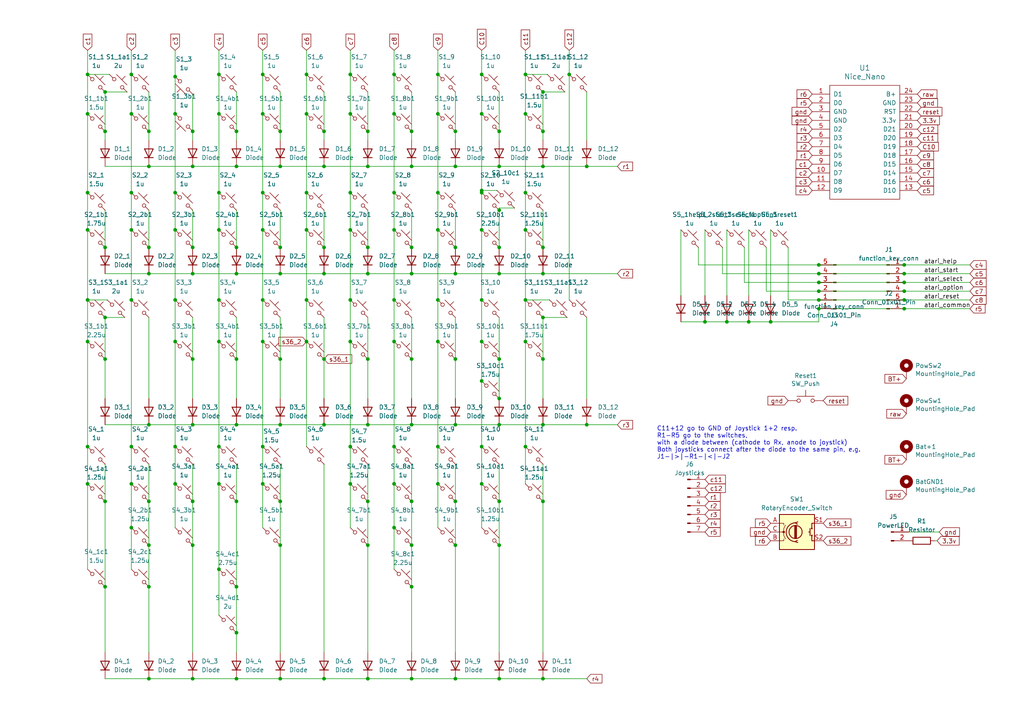
<source format=kicad_sch>
(kicad_sch (version 20230121) (generator eeschema)
  (paper "A4")
  (lib_symbols
    (symbol "Connector:Conn_01x01_Pin" (pin_names (offset 1.016) hide)
      (property "Reference" "J" (at 0 2.54 0))
      (property "Value" "Conn_01x01_Pin" (at 0 -2.54 0))
      (symbol "Conn_01x01_Pin_1_1"
        (pin passive line (at 5.08 0 180) (length 3.81) (name "Pin_1") (number "1"))
      )
    )
    (symbol "Connector:Conn_01x02_Pin" (pin_names (offset 1.016) hide)
      (property "Reference" "J" (at 0 2.54 0))
      (property "Value" "Conn_01x02_Pin" (at 0 -5.08 0))
      (symbol "Conn_01x02_Pin_1_1"
        (pin passive line (at 5.08 0 180) (length 3.81) (name "Pin_1") (number "1"))
        (pin passive line (at 5.08 -2.54 180) (length 3.81) (name "Pin_2") (number "2"))
      )
    )
    (symbol "Connector:Conn_01x05_Pin" (pin_names (offset 1.016) hide)
      (property "Reference" "J" (at 0 7.62 0))
      (property "Value" "Conn_01x05_Pin" (at 0 -7.62 0))
      (symbol "Conn_01x05_Pin_1_1"
        (pin passive line (at 5.08 5.08 180) (length 3.81) (name "Pin_1") (number "1"))
        (pin passive line (at 5.08 2.54 180) (length 3.81) (name "Pin_2") (number "2"))
        (pin passive line (at 5.08 0 180) (length 3.81) (name "Pin_3") (number "3"))
        (pin passive line (at 5.08 -2.54 180) (length 3.81) (name "Pin_4") (number "4"))
        (pin passive line (at 5.08 -5.08 180) (length 3.81) (name "Pin_5") (number "5"))
      )
    )
    (symbol "Connector:Conn_01x07_Pin" (pin_names (offset 1.016) hide)
      (property "Reference" "J" (at 0 10.16 0))
      (property "Value" "Conn_01x07_Pin" (at 0 -10.16 0))
      (symbol "Conn_01x07_Pin_1_1"
        (pin passive line (at 5.08 7.62 180) (length 3.81) (name "Pin_1") (number "1"))
        (pin passive line (at 5.08 5.08 180) (length 3.81) (name "Pin_2") (number "2"))
        (pin passive line (at 5.08 2.54 180) (length 3.81) (name "Pin_3") (number "3"))
        (pin passive line (at 5.08 0 180) (length 3.81) (name "Pin_4") (number "4"))
        (pin passive line (at 5.08 -2.54 180) (length 3.81) (name "Pin_5") (number "5"))
        (pin passive line (at 5.08 -5.08 180) (length 3.81) (name "Pin_6") (number "6"))
        (pin passive line (at 5.08 -7.62 180) (length 3.81) (name "Pin_7") (number "7"))
      )
    )
    (symbol "Device:RotaryEncoder_Switch" (pin_names (offset 0.254) hide)
      (property "Reference" "SW" (at 0 6.604 0))
      (property "Value" "RotaryEncoder_Switch" (at 0 -6.604 0))
      (symbol "RotaryEncoder_Switch_1_1"
        (pin passive line (at -7.62 2.54 0) (length 2.54) (name "A") (number "A"))
        (pin passive line (at -7.62 -2.54 0) (length 2.54) (name "B") (number "B"))
        (pin passive line (at -7.62 0 0) (length 2.54) (name "C") (number "C"))
        (pin passive line (at 7.62 2.54 180) (length 2.54) (name "S1") (number "S1"))
        (pin passive line (at 7.62 -2.54 180) (length 2.54) (name "S2") (number "S2"))
      )
    )
    (symbol "Mechanical:MountingHole_Pad" (pin_numbers hide) (pin_names (offset 1.016) hide)
      (property "Reference" "H" (at 0 6.35 0))
      (property "Value" "MountingHole_Pad" (at 0 4.445 0))
      (symbol "MountingHole_Pad_1_1"
        (pin input line (at 0 -2.54 90) (length 2.54) (name "1") (number "1"))
      )
    )
    (symbol "ScottoKeebs:MCU_Nice_Nano_V2" (pin_names (offset 1.016))
      (property "Reference" "U" (at 0 0 0))
      (property "Value" "Nice_Nano_V2" (at 0 -19.05 0))
      (symbol "MCU_Nice_Nano_V2_1_1"
        (pin input line (at -15.24 13.97 0) (length 5.08) (name "D1") (number "1"))
        (pin input line (at -15.24 -8.89 0) (length 5.08) (name "D7") (number "10"))
        (pin input line (at -15.24 -11.43 0) (length 5.08) (name "D8") (number "11"))
        (pin input line (at -15.24 -13.97 0) (length 5.08) (name "D9") (number "12"))
        (pin input line (at 15.24 -13.97 180) (length 5.08) (name "D10") (number "13"))
        (pin input line (at 15.24 -11.43 180) (length 5.08) (name "D16") (number "14"))
        (pin input line (at 15.24 -8.89 180) (length 5.08) (name "D14") (number "15"))
        (pin input line (at 15.24 -6.35 180) (length 5.08) (name "D15") (number "16"))
        (pin input line (at 15.24 -3.81 180) (length 5.08) (name "D18") (number "17"))
        (pin input line (at 15.24 -1.27 180) (length 5.08) (name "D19") (number "18"))
        (pin input line (at 15.24 1.27 180) (length 5.08) (name "D20") (number "19"))
        (pin input line (at -15.24 11.43 0) (length 5.08) (name "D0") (number "2"))
        (pin input line (at 15.24 3.81 180) (length 5.08) (name "D21") (number "20"))
        (pin input line (at 15.24 6.35 180) (length 5.08) (name "3.3v") (number "21"))
        (pin input line (at 15.24 8.89 180) (length 5.08) (name "RST") (number "22"))
        (pin input line (at 15.24 11.43 180) (length 5.08) (name "GND") (number "23"))
        (pin input line (at 15.24 13.97 180) (length 5.08) (name "B+") (number "24"))
        (pin input line (at -15.24 8.89 0) (length 5.08) (name "GND") (number "3"))
        (pin input line (at -15.24 6.35 0) (length 5.08) (name "GND") (number "4"))
        (pin input line (at -15.24 3.81 0) (length 5.08) (name "D2") (number "5"))
        (pin input line (at -15.24 1.27 0) (length 5.08) (name "D3") (number "6"))
        (pin input line (at -15.24 -1.27 0) (length 5.08) (name "D4") (number "7"))
        (pin input line (at -15.24 -3.81 0) (length 5.08) (name "D5") (number "8"))
        (pin input line (at -15.24 -6.35 0) (length 5.08) (name "D6") (number "9"))
      )
    )
    (symbol "ScottoKeebs:Placeholder_Diode" (pin_numbers hide) (pin_names hide)
      (property "Reference" "D" (at 0 2.54 0))
      (property "Value" "Diode" (at 0 -2.54 0))
      (symbol "Placeholder_Diode_1_1"
        (pin passive line (at -3.81 0 0) (length 2.54) (name "K") (number "1"))
        (pin passive line (at 3.81 0 180) (length 2.54) (name "A") (number "2"))
      )
    )
    (symbol "ScottoKeebs:Placeholder_Keyswitch" (pin_numbers hide) (pin_names (offset 1.016) hide)
      (property "Reference" "S" (at 3.048 1.016 0))
      (property "Value" "Keyswitch" (at 0 -3.81 0))
      (symbol "Placeholder_Keyswitch_0_1"
        (pin passive line (at -2.54 2.54 0) (length 0) (name "1") (number "1"))
        (pin passive line (at 2.54 -2.54 180) (length 0) (name "2") (number "2"))
      )
    )
    (symbol "ScottoKeebs:Placeholder_Resistor" (pin_numbers hide) (pin_names (offset 0))
      (property "Reference" "R" (at 0 2.032 0))
      (property "Value" "Resistor" (at 0 -2.54 0))
      (symbol "Placeholder_Resistor_1_1"
        (pin passive line (at -3.81 0 0) (length 1.27) (name "~") (number "1"))
        (pin passive line (at 3.81 0 180) (length 1.27) (name "~") (number "2"))
      )
    )
    (symbol "Switch:SW_Push" (pin_numbers hide) (pin_names (offset 1.016) hide)
      (property "Reference" "SW" (at 1.27 2.54 0))
      (property "Value" "SW_Push" (at 0 -1.524 0))
      (symbol "SW_Push_0_1"
        (pin passive line (at -5.08 0 0) (length 2.54) (name "1") (number "1"))
        (pin passive line (at 5.08 0 180) (length 2.54) (name "2") (number "2"))
      )
    )
  )
  (junction (at 144.78 158.115))
  (junction (at 25.4 140.335))
  (junction (at 114.3 55.88))
  (junction (at 157.48 26.67))
  (junction (at 170.18 123.19))
  (junction (at 144.78 145.415))
  (junction (at 114.3 33.02))
  (junction (at 55.88 104.14))
  (junction (at 139.7 33.02))
  (junction (at 50.8 129.54))
  (junction (at 139.7 66.675))
  (junction (at 50.8 66.675))
  (junction (at 101.6 140.335))
  (junction (at 144.78 71.755))
  (junction (at 81.28 196.85))
  (junction (at 63.5 165.1))
  (junction (at 101.6 66.675))
  (junction (at 30.48 71.755))
  (junction (at 55.88 48.26))
  (junction (at 101.6 99.06))
  (junction (at 43.18 196.85))
  (junction (at 38.1 55.88))
  (junction (at 106.68 123.19))
  (junction (at 132.08 79.375))
  (junction (at 119.38 196.85))
  (junction (at 93.98 79.375))
  (junction (at 88.9 86.995))
  (junction (at 237.49 84.455))
  (junction (at 63.5 33.02))
  (junction (at 119.38 48.26))
  (junction (at 50.8 33.02))
  (junction (at 68.58 79.375))
  (junction (at 63.5 99.06))
  (junction (at 50.8 55.88))
  (junction (at 88.9 99.06))
  (junction (at 262.255 76.835))
  (junction (at 106.68 104.14))
  (junction (at 30.48 92.075))
  (junction (at 55.88 158.115))
  (junction (at 170.18 48.26))
  (junction (at 76.2 55.88))
  (junction (at 127 66.675))
  (junction (at 204.47 93.345))
  (junction (at 127 99.06))
  (junction (at 223.52 93.345))
  (junction (at 237.49 81.915))
  (junction (at 114.3 99.06))
  (junction (at 68.58 196.85))
  (junction (at 152.4 21.59))
  (junction (at 43.18 71.755))
  (junction (at 81.28 123.19))
  (junction (at 25.4 33.02))
  (junction (at 157.48 71.755))
  (junction (at 43.18 48.26))
  (junction (at 38.1 33.02))
  (junction (at 119.38 71.755))
  (junction (at 114.3 21.59))
  (junction (at 63.5 129.54))
  (junction (at 237.49 79.375))
  (junction (at 262.255 86.995))
  (junction (at 157.48 145.415))
  (junction (at 68.58 123.19))
  (junction (at 152.4 99.06))
  (junction (at 68.58 145.415))
  (junction (at 127 86.995))
  (junction (at 144.78 196.85))
  (junction (at 68.58 170.18))
  (junction (at 93.98 104.14))
  (junction (at 144.78 60.96))
  (junction (at 55.88 71.755))
  (junction (at 132.08 38.1))
  (junction (at 119.38 170.18))
  (junction (at 127 129.54))
  (junction (at 25.4 129.54))
  (junction (at 63.5 66.675))
  (junction (at 139.7 21.59))
  (junction (at 144.78 115.57))
  (junction (at 165.1 21.59))
  (junction (at 262.255 81.915))
  (junction (at 76.2 140.335))
  (junction (at 101.6 86.995))
  (junction (at 119.38 123.19))
  (junction (at 81.28 48.26))
  (junction (at 88.9 33.02))
  (junction (at 132.08 123.19))
  (junction (at 43.18 158.115))
  (junction (at 119.38 79.375))
  (junction (at 139.7 55.245))
  (junction (at 25.4 99.06))
  (junction (at 106.68 79.375))
  (junction (at 152.4 55.88))
  (junction (at 93.98 38.1))
  (junction (at 81.28 145.415))
  (junction (at 139.7 99.06))
  (junction (at 50.8 140.335))
  (junction (at 81.28 158.115))
  (junction (at 157.48 196.85))
  (junction (at 139.7 55.88))
  (junction (at 132.08 48.26))
  (junction (at 144.78 123.19))
  (junction (at 50.8 99.06))
  (junction (at 76.2 99.06))
  (junction (at 68.58 104.14))
  (junction (at 114.3 129.54))
  (junction (at 114.3 86.995))
  (junction (at 217.17 93.345))
  (junction (at 237.49 86.995))
  (junction (at 68.58 71.755))
  (junction (at 55.88 79.375))
  (junction (at 106.68 38.1))
  (junction (at 127 140.335))
  (junction (at 152.4 33.02))
  (junction (at 152.4 66.675))
  (junction (at 157.48 92.075))
  (junction (at 43.18 170.18))
  (junction (at 114.3 66.675))
  (junction (at 55.88 196.85))
  (junction (at 101.6 129.54))
  (junction (at 43.18 145.415))
  (junction (at 157.48 38.1))
  (junction (at 132.08 104.14))
  (junction (at 81.28 104.14))
  (junction (at 210.82 93.345))
  (junction (at 152.4 129.54))
  (junction (at 237.49 76.835))
  (junction (at 25.4 21.59))
  (junction (at 157.48 48.26))
  (junction (at 25.4 86.995))
  (junction (at 30.48 26.67))
  (junction (at 262.255 84.455))
  (junction (at 38.1 129.54))
  (junction (at 76.2 21.59))
  (junction (at 68.58 48.26))
  (junction (at 76.2 86.995))
  (junction (at 93.98 48.26))
  (junction (at 55.88 38.1))
  (junction (at 114.3 153.035))
  (junction (at 127 55.88))
  (junction (at 119.38 145.415))
  (junction (at 81.28 38.1))
  (junction (at 106.68 145.415))
  (junction (at 144.78 38.1))
  (junction (at 81.28 79.375))
  (junction (at 30.48 38.1))
  (junction (at 88.9 66.675))
  (junction (at 93.98 196.85))
  (junction (at 76.2 33.02))
  (junction (at 139.7 140.335))
  (junction (at 101.6 21.59))
  (junction (at 38.1 66.675))
  (junction (at 38.1 140.335))
  (junction (at 127 33.02))
  (junction (at 157.48 104.14))
  (junction (at 144.78 79.375))
  (junction (at 38.1 21.59))
  (junction (at 25.4 66.675))
  (junction (at 43.18 123.19))
  (junction (at 114.3 140.335))
  (junction (at 68.58 183.515))
  (junction (at 30.48 145.415))
  (junction (at 106.68 48.26))
  (junction (at 43.18 79.375))
  (junction (at 101.6 55.88))
  (junction (at 93.98 71.755))
  (junction (at 30.48 170.18))
  (junction (at 43.18 38.1))
  (junction (at 132.08 196.85))
  (junction (at 139.7 129.54))
  (junction (at 119.38 38.1))
  (junction (at 93.98 123.19))
  (junction (at 106.68 71.755))
  (junction (at 132.08 71.755))
  (junction (at 63.5 86.995))
  (junction (at 157.48 123.19))
  (junction (at 38.1 153.035))
  (junction (at 68.58 38.1))
  (junction (at 119.38 104.14))
  (junction (at 25.4 55.88))
  (junction (at 55.88 123.19))
  (junction (at 76.2 129.54))
  (junction (at 144.78 104.14))
  (junction (at 127 21.59))
  (junction (at 262.255 89.535))
  (junction (at 106.68 196.85))
  (junction (at 139.7 110.49))
  (junction (at 50.8 22.225))
  (junction (at 157.48 79.375))
  (junction (at 152.4 86.995))
  (junction (at 76.2 66.675))
  (junction (at 38.1 86.995))
  (junction (at 30.48 104.14))
  (junction (at 132.08 145.415))
  (junction (at 63.5 21.59))
  (junction (at 262.255 79.375))
  (junction (at 50.8 86.995))
  (junction (at 144.78 48.26))
  (junction (at 106.68 158.115))
  (junction (at 81.28 71.755))
  (junction (at 101.6 33.02))
  (junction (at 88.9 21.59))
  (junction (at 237.49 89.535))
  (junction (at 88.9 55.88))
  (junction (at 132.08 158.115))
  (junction (at 55.88 145.415))
  (junction (at 63.5 140.335))
  (junction (at 139.7 86.995))
  (junction (at 63.5 55.88))
  (junction (at 119.38 158.115))
  (wire (pts (xy 76.2 99.06) (xy 76.2 129.54)))
  (wire (pts (xy 106.68 60.96) (xy 106.68 71.755)))
  (wire (pts (xy 152.4 21.59) (xy 158.75 21.59)))
  (wire (pts (xy 30.48 79.375) (xy 43.18 79.375)))
  (wire (pts (xy 119.38 145.415) (xy 119.38 158.115)))
  (wire (pts (xy 63.5 86.995) (xy 63.5 66.675)))
  (wire (pts (xy 63.5 99.06) (xy 63.5 129.54)))
  (wire (pts (xy 30.48 92.075) (xy 36.195 92.075)))
  (wire (pts (xy 106.68 38.1) (xy 106.68 26.67)))
  (wire (pts (xy 81.28 104.14) (xy 81.28 92.075)))
  (wire (pts (xy 43.18 38.1) (xy 43.18 26.67)))
  (wire (pts (xy 281.305 79.375) (xy 262.255 79.375)))
  (wire (pts (xy 63.5 14.605) (xy 63.5 21.59)))
  (wire (pts (xy 81.28 123.19) (xy 93.98 123.19)))
  (wire (pts (xy 81.28 145.415) (xy 81.28 158.115)))
  (wire (pts (xy 38.1 33.02) (xy 38.1 21.59)))
  (wire (pts (xy 165.1 14.605) (xy 165.1 21.59)))
  (wire (pts (xy 127 14.605) (xy 127 21.59)))
  (wire (pts (xy 114.3 99.06) (xy 114.3 129.54)))
  (wire (pts (xy 237.49 81.915) (xy 262.255 81.915)))
  (wire (pts (xy 170.18 123.19) (xy 179.07 123.19)))
  (wire (pts (xy 152.4 86.995) (xy 152.4 99.06)))
  (wire (pts (xy 132.08 104.14) (xy 132.08 92.075)))
  (wire (pts (xy 152.4 66.675) (xy 152.4 86.995)))
  (wire (pts (xy 114.3 153.035) (xy 114.3 165.1)))
  (wire (pts (xy 272.415 154.305) (xy 263.525 154.305)))
  (wire (pts (xy 139.7 66.675) (xy 139.7 86.995)))
  (wire (pts (xy 271.78 156.845) (xy 271.145 156.845)))
  (wire (pts (xy 38.1 86.995) (xy 38.1 66.675)))
  (wire (pts (xy 114.3 129.54) (xy 114.3 140.335)))
  (wire (pts (xy 88.9 55.88) (xy 88.9 66.675)))
  (wire (pts (xy 132.08 40.64) (xy 132.08 38.1)))
  (wire (pts (xy 114.3 66.675) (xy 114.3 86.995)))
  (wire (pts (xy 127 21.59) (xy 127 33.02)))
  (wire (pts (xy 38.1 66.675) (xy 38.1 55.88)))
  (wire (pts (xy 63.5 33.02) (xy 63.5 21.59)))
  (wire (pts (xy 93.98 134.62) (xy 93.98 189.23)))
  (wire (pts (xy 144.78 196.85) (xy 157.48 196.85)))
  (wire (pts (xy 101.6 86.995) (xy 101.6 99.06)))
  (wire (pts (xy 63.5 165.1) (xy 63.5 178.435)))
  (wire (pts (xy 127 33.02) (xy 127 55.88)))
  (wire (pts (xy 132.08 145.415) (xy 132.08 134.62)))
  (wire (pts (xy 114.3 33.02) (xy 114.3 55.88)))
  (wire (pts (xy 30.48 60.96) (xy 30.48 71.755)))
  (wire (pts (xy 68.58 183.515) (xy 68.58 170.18)))
  (wire (pts (xy 157.48 92.075) (xy 164.465 92.075)))
  (wire (pts (xy 30.48 38.1) (xy 30.48 26.67)))
  (wire (pts (xy 81.28 40.64) (xy 81.28 38.1)))
  (wire (pts (xy 63.5 86.995) (xy 63.5 99.06)))
  (wire (pts (xy 139.7 21.59) (xy 139.7 33.02)))
  (wire (pts (xy 93.98 40.64) (xy 93.98 38.1)))
  (wire (pts (xy 93.98 196.85) (xy 106.68 196.85)))
  (wire (pts (xy 68.58 196.85) (xy 81.28 196.85)))
  (wire (pts (xy 139.7 14.605) (xy 139.7 21.59)))
  (wire (pts (xy 25.4 99.06) (xy 25.4 129.54)))
  (wire (pts (xy 25.4 66.675) (xy 25.4 55.88)))
  (wire (pts (xy 30.48 26.67) (xy 36.83 26.67)))
  (wire (pts (xy 30.48 40.64) (xy 30.48 38.1)))
  (wire (pts (xy 149.225 60.325) (xy 144.78 60.325)))
  (wire (pts (xy 215.9 71.755) (xy 215.9 81.915)))
  (wire (pts (xy 204.47 93.345) (xy 210.82 93.345)))
  (wire (pts (xy 223.52 66.675) (xy 223.52 85.725)))
  (wire (pts (xy 144.78 145.415) (xy 144.78 158.115)))
  (wire (pts (xy 119.38 115.57) (xy 119.38 104.14)))
  (wire (pts (xy 68.58 123.19) (xy 81.28 123.19)))
  (wire (pts (xy 170.18 26.67) (xy 170.18 40.64)))
  (wire (pts (xy 43.18 123.19) (xy 55.88 123.19)))
  (wire (pts (xy 132.08 48.26) (xy 144.78 48.26)))
  (wire (pts (xy 55.88 196.85) (xy 68.58 196.85)))
  (wire (pts (xy 93.98 79.375) (xy 106.68 79.375)))
  (wire (pts (xy 119.38 123.19) (xy 132.08 123.19)))
  (wire (pts (xy 132.08 158.115) (xy 132.08 189.23)))
  (wire (pts (xy 106.68 115.57) (xy 106.68 104.14)))
  (wire (pts (xy 144.78 189.23) (xy 144.78 158.115)))
  (wire (pts (xy 93.98 115.57) (xy 93.98 104.14)))
  (wire (pts (xy 68.58 145.415) (xy 68.58 134.62)))
  (wire (pts (xy 127 66.675) (xy 127 86.995)))
  (wire (pts (xy 63.5 140.335) (xy 63.5 165.1)))
  (wire (pts (xy 132.08 196.85) (xy 144.78 196.85)))
  (wire (pts (xy 43.18 189.23) (xy 43.18 170.18)))
  (wire (pts (xy 106.68 145.415) (xy 106.68 158.115)))
  (wire (pts (xy 106.68 158.115) (xy 106.68 189.23)))
  (wire (pts (xy 228.6 71.755) (xy 228.6 86.995)))
  (wire (pts (xy 30.48 189.23) (xy 30.48 170.18)))
  (wire (pts (xy 25.4 140.335) (xy 25.4 165.1)))
  (wire (pts (xy 50.8 66.675) (xy 50.8 55.88)))
  (wire (pts (xy 119.38 60.96) (xy 119.38 71.755)))
  (wire (pts (xy 68.58 48.26) (xy 81.28 48.26)))
  (wire (pts (xy 132.08 123.19) (xy 144.78 123.19)))
  (wire (pts (xy 43.18 145.415) (xy 43.18 158.115)))
  (wire (pts (xy 63.5 66.675) (xy 63.5 55.88)))
  (wire (pts (xy 63.5 55.88) (xy 63.5 33.02)))
  (wire (pts (xy 119.38 38.1) (xy 119.38 26.67)))
  (wire (pts (xy 144.78 123.19) (xy 157.48 123.19)))
  (wire (pts (xy 144.78 60.325) (xy 144.78 60.96)))
  (wire (pts (xy 210.82 66.675) (xy 210.82 85.725)))
  (wire (pts (xy 132.08 115.57) (xy 132.08 104.14)))
  (wire (pts (xy 222.25 84.455) (xy 237.49 84.455)))
  (wire (pts (xy 152.4 21.59) (xy 152.4 33.02)))
  (wire (pts (xy 139.7 99.06) (xy 139.7 110.49)))
  (wire (pts (xy 30.48 196.85) (xy 43.18 196.85)))
  (wire (pts (xy 204.47 66.675) (xy 204.47 85.725)))
  (wire (pts (xy 152.4 55.88) (xy 152.4 66.675)))
  (wire (pts (xy 101.6 33.02) (xy 101.6 55.88)))
  (wire (pts (xy 68.58 40.64) (xy 68.58 38.1)))
  (wire (pts (xy 228.6 86.995) (xy 237.49 86.995)))
  (wire (pts (xy 43.18 40.64) (xy 43.18 38.1)))
  (wire (pts (xy 119.38 79.375) (xy 132.08 79.375)))
  (wire (pts (xy 101.6 55.88) (xy 101.6 66.675)))
  (wire (pts (xy 157.48 115.57) (xy 157.48 104.14)))
  (wire (pts (xy 25.4 33.02) (xy 25.4 21.59)))
  (wire (pts (xy 25.4 21.59) (xy 31.75 21.59)))
  (wire (pts (xy 132.08 145.415) (xy 132.08 158.115)))
  (wire (pts (xy 81.28 38.1) (xy 81.28 26.67)))
  (wire (pts (xy 202.565 71.755) (xy 202.565 76.835)))
  (wire (pts (xy 43.18 92.075) (xy 43.18 115.57)))
  (wire (pts (xy 30.48 134.62) (xy 30.48 145.415)))
  (wire (pts (xy 114.3 55.88) (xy 114.3 66.675)))
  (wire (pts (xy 157.48 123.19) (xy 170.18 123.19)))
  (wire (pts (xy 81.28 158.115) (xy 81.28 189.23)))
  (wire (pts (xy 81.28 196.85) (xy 93.98 196.85)))
  (wire (pts (xy 76.2 55.88) (xy 76.2 33.02)))
  (wire (pts (xy 55.88 48.26) (xy 68.58 48.26)))
  (wire (pts (xy 30.48 104.14) (xy 30.48 92.075)))
  (wire (pts (xy 139.7 110.49) (xy 139.7 129.54)))
  (wire (pts (xy 237.49 84.455) (xy 262.255 84.455)))
  (wire (pts (xy 132.08 79.375) (xy 144.78 79.375)))
  (wire (pts (xy 217.17 93.345) (xy 223.52 93.345)))
  (wire (pts (xy 127 86.995) (xy 127 99.06)))
  (wire (pts (xy 38.1 129.54) (xy 38.1 140.335)))
  (wire (pts (xy 101.6 66.675) (xy 101.6 86.995)))
  (wire (pts (xy 55.88 145.415) (xy 55.88 134.62)))
  (wire (pts (xy 106.68 196.85) (xy 119.38 196.85)))
  (wire (pts (xy 144.78 38.1) (xy 144.78 26.67)))
  (wire (pts (xy 88.9 14.605) (xy 88.9 21.59)))
  (wire (pts (xy 139.7 33.02) (xy 139.7 55.245)))
  (wire (pts (xy 81.28 79.375) (xy 93.98 79.375)))
  (wire (pts (xy 25.4 14.605) (xy 25.4 21.59)))
  (wire (pts (xy 63.5 129.54) (xy 63.5 140.335)))
  (wire (pts (xy 157.48 196.85) (xy 170.18 196.85)))
  (wire (pts (xy 101.6 21.59) (xy 101.6 33.02)))
  (wire (pts (xy 170.18 92.075) (xy 170.18 115.57)))
  (wire (pts (xy 76.2 86.995) (xy 76.2 99.06)))
  (wire (pts (xy 76.2 33.02) (xy 76.2 21.59)))
  (wire (pts (xy 237.49 79.375) (xy 262.255 79.375)))
  (wire (pts (xy 237.49 86.995) (xy 262.255 86.995)))
  (wire (pts (xy 50.8 140.335) (xy 50.8 153.035)))
  (wire (pts (xy 55.88 145.415) (xy 55.88 158.115)))
  (wire (pts (xy 281.305 86.995) (xy 262.255 86.995)))
  (wire (pts (xy 55.88 104.14) (xy 55.88 92.075)))
  (wire (pts (xy 202.565 76.835) (xy 237.49 76.835)))
  (wire (pts (xy 50.8 129.54) (xy 50.8 140.335)))
  (wire (pts (xy 88.9 86.995) (xy 88.9 99.06)))
  (wire (pts (xy 157.48 189.23) (xy 157.48 145.415)))
  (wire (pts (xy 281.305 81.915) (xy 262.255 81.915)))
  (wire (pts (xy 38.1 14.605) (xy 38.1 21.59)))
  (wire (pts (xy 88.9 21.59) (xy 88.9 33.02)))
  (wire (pts (xy 106.68 40.64) (xy 106.68 38.1)))
  (wire (pts (xy 88.9 33.02) (xy 88.9 55.88)))
  (wire (pts (xy 101.6 140.335) (xy 101.6 153.035)))
  (wire (pts (xy 106.68 79.375) (xy 119.38 79.375)))
  (wire (pts (xy 50.8 86.995) (xy 50.8 66.675)))
  (wire (pts (xy 68.58 115.57) (xy 68.58 104.14)))
  (wire (pts (xy 76.2 66.675) (xy 76.2 55.88)))
  (wire (pts (xy 38.1 153.035) (xy 38.1 165.1)))
  (wire (pts (xy 25.4 86.995) (xy 25.4 66.675)))
  (wire (pts (xy 157.48 38.1) (xy 157.48 26.67)))
  (wire (pts (xy 50.8 14.605) (xy 50.8 22.225)))
  (wire (pts (xy 157.48 60.96) (xy 157.48 71.755)))
  (wire (pts (xy 144.78 48.26) (xy 157.48 48.26)))
  (wire (pts (xy 68.58 38.1) (xy 68.58 26.67)))
  (wire (pts (xy 43.18 79.375) (xy 55.88 79.375)))
  (wire (pts (xy 152.4 129.54) (xy 152.4 140.335)))
  (wire (pts (xy 68.58 60.96) (xy 68.58 71.755)))
  (wire (pts (xy 281.305 76.835) (xy 262.255 76.835)))
  (wire (pts (xy 127 129.54) (xy 127 140.335)))
  (wire (pts (xy 88.9 99.06) (xy 88.9 129.54)))
  (wire (pts (xy 30.48 48.26) (xy 43.18 48.26)))
  (wire (pts (xy 76.2 129.54) (xy 76.2 140.335)))
  (wire (pts (xy 157.48 104.14) (xy 157.48 92.075)))
  (wire (pts (xy 237.49 76.835) (xy 262.255 76.835)))
  (wire (pts (xy 157.48 79.375) (xy 179.07 79.375)))
  (wire (pts (xy 139.7 55.245) (xy 139.7 55.88)))
  (wire (pts (xy 88.9 66.675) (xy 88.9 86.995)))
  (wire (pts (xy 144.78 40.64) (xy 144.78 38.1)))
  (wire (pts (xy 144.78 60.96) (xy 144.78 71.755)))
  (wire (pts (xy 101.6 14.605) (xy 101.6 21.59)))
  (wire (pts (xy 114.3 14.605) (xy 114.3 21.59)))
  (wire (pts (xy 127 55.88) (xy 127 66.675)))
  (wire (pts (xy 144.78 104.14) (xy 144.78 92.075)))
  (wire (pts (xy 114.3 86.995) (xy 114.3 99.06)))
  (wire (pts (xy 25.4 55.88) (xy 25.4 33.02)))
  (wire (pts (xy 93.98 60.96) (xy 93.98 71.755)))
  (wire (pts (xy 144.78 145.415) (xy 144.78 134.62)))
  (wire (pts (xy 237.49 89.535) (xy 262.255 89.535)))
  (wire (pts (xy 106.68 123.19) (xy 119.38 123.19)))
  (wire (pts (xy 55.88 123.19) (xy 68.58 123.19)))
  (wire (pts (xy 93.98 48.26) (xy 106.68 48.26)))
  (wire (pts (xy 43.18 158.115) (xy 43.18 170.18)))
  (wire (pts (xy 93.98 123.19) (xy 106.68 123.19)))
  (wire (pts (xy 210.82 93.345) (xy 217.17 93.345)))
  (wire (pts (xy 119.38 104.14) (xy 119.38 92.075)))
  (wire (pts (xy 55.88 60.96) (xy 55.88 71.755)))
  (wire (pts (xy 170.18 48.26) (xy 179.07 48.26)))
  (wire (pts (xy 106.68 104.14) (xy 106.68 92.075)))
  (wire (pts (xy 76.2 86.995) (xy 76.2 66.675)))
  (wire (pts (xy 215.9 81.915) (xy 237.49 81.915)))
  (wire (pts (xy 114.3 21.59) (xy 114.3 33.02)))
  (wire (pts (xy 30.48 115.57) (xy 30.48 104.14)))
  (wire (pts (xy 55.88 79.375) (xy 68.58 79.375)))
  (wire (pts (xy 127 99.06) (xy 127 129.54)))
  (wire (pts (xy 43.18 145.415) (xy 43.18 134.62)))
  (wire (pts (xy 38.1 86.995) (xy 38.1 129.54)))
  (wire (pts (xy 157.48 145.415) (xy 157.48 134.62)))
  (wire (pts (xy 55.88 27.305) (xy 55.88 38.1)))
  (wire (pts (xy 139.7 140.335) (xy 139.7 153.035)))
  (wire (pts (xy 119.38 196.85) (xy 132.08 196.85)))
  (wire (pts (xy 152.4 99.06) (xy 152.4 129.54)))
  (wire (pts (xy 157.48 40.64) (xy 157.48 38.1)))
  (wire (pts (xy 139.7 55.88) (xy 139.7 66.675)))
  (wire (pts (xy 101.6 129.54) (xy 101.6 140.335)))
  (wire (pts (xy 119.38 40.64) (xy 119.38 38.1)))
  (wire (pts (xy 25.4 86.995) (xy 25.4 99.06)))
  (wire (pts (xy 81.28 115.57) (xy 81.28 104.14)))
  (wire (pts (xy 209.55 71.755) (xy 209.55 79.375)))
  (wire (pts (xy 55.88 115.57) (xy 55.88 104.14)))
  (wire (pts (xy 76.2 14.605) (xy 76.2 21.59)))
  (wire (pts (xy 38.1 55.88) (xy 38.1 33.02)))
  (wire (pts (xy 119.38 158.115) (xy 119.38 170.18)))
  (wire (pts (xy 119.38 170.18) (xy 119.38 189.23)))
  (wire (pts (xy 68.58 183.515) (xy 68.58 189.23)))
  (wire (pts (xy 197.485 66.675) (xy 197.485 85.725)))
  (wire (pts (xy 68.58 145.415) (xy 68.58 170.18)))
  (wire (pts (xy 222.25 71.755) (xy 222.25 84.455)))
  (wire (pts (xy 43.18 60.96) (xy 43.18 71.755)))
  (wire (pts (xy 50.8 33.02) (xy 50.8 55.88)))
  (wire (pts (xy 127 140.335) (xy 127 153.035)))
  (wire (pts (xy 144.78 79.375) (xy 157.48 79.375)))
  (wire (pts (xy 157.48 48.26) (xy 170.18 48.26)))
  (wire (pts (xy 119.38 145.415) (xy 119.38 134.62)))
  (wire (pts (xy 106.68 145.415) (xy 106.68 134.62)))
  (wire (pts (xy 119.38 48.26) (xy 132.08 48.26)))
  (wire (pts (xy 152.4 86.995) (xy 159.385 86.995)))
  (wire (pts (xy 152.4 33.02) (xy 152.4 55.88)))
  (wire (pts (xy 101.6 99.06) (xy 101.6 129.54)))
  (wire (pts (xy 132.08 60.96) (xy 132.08 71.755)))
  (wire (pts (xy 93.98 104.14) (xy 93.98 92.075)))
  (wire (pts (xy 55.88 38.1) (xy 55.88 40.64)))
  (wire (pts (xy 114.3 140.335) (xy 114.3 153.035)))
  (wire (pts (xy 281.305 84.455) (xy 262.255 84.455)))
  (wire (pts (xy 68.58 104.14) (xy 68.58 92.075)))
  (wire (pts (xy 106.68 48.26) (xy 119.38 48.26)))
  (wire (pts (xy 223.52 93.345) (xy 237.49 93.345)))
  (wire (pts (xy 30.48 123.19) (xy 43.18 123.19)))
  (wire (pts (xy 209.55 79.375) (xy 237.49 79.375)))
  (wire (pts (xy 93.98 38.1) (xy 93.98 26.67)))
  (wire (pts (xy 237.49 93.345) (xy 237.49 89.535)))
  (wire (pts (xy 68.58 79.375) (xy 81.28 79.375)))
  (wire (pts (xy 197.485 93.345) (xy 204.47 93.345)))
  (wire (pts (xy 55.88 158.115) (xy 55.88 189.23)))
  (wire (pts (xy 157.48 26.67) (xy 163.83 26.67)))
  (wire (pts (xy 81.28 145.415) (xy 81.28 134.62)))
  (wire (pts (xy 165.1 21.59) (xy 165.1 86.995)))
  (wire (pts (xy 30.48 145.415) (xy 30.48 170.18)))
  (wire (pts (xy 50.8 86.995) (xy 50.8 99.06)))
  (wire (pts (xy 217.17 66.675) (xy 217.17 85.725)))
  (wire (pts (xy 139.7 129.54) (xy 139.7 140.335)))
  (wire (pts (xy 144.145 55.245) (xy 139.7 55.245)))
  (wire (pts (xy 25.4 129.54) (xy 25.4 140.335)))
  (wire (pts (xy 43.18 196.85) (xy 55.88 196.85)))
  (wire (pts (xy 152.4 14.605) (xy 152.4 21.59)))
  (wire (pts (xy 76.2 140.335) (xy 76.2 153.035)))
  (wire (pts (xy 144.78 115.57) (xy 144.78 104.14)))
  (wire (pts (xy 38.1 140.335) (xy 38.1 153.035)))
  (wire (pts (xy 43.18 48.26) (xy 55.88 48.26)))
  (wire (pts (xy 132.08 38.1) (xy 132.08 26.67)))
  (wire (pts (xy 81.28 48.26) (xy 93.98 48.26)))
  (wire (pts (xy 25.4 86.995) (xy 31.115 86.995)))
  (wire (pts (xy 139.7 86.995) (xy 139.7 99.06)))
  (wire (pts (xy 50.8 99.06) (xy 50.8 129.54)))
  (wire (pts (xy 81.28 60.96) (xy 81.28 71.755)))
  (wire (pts (xy 50.8 22.225) (xy 50.8 33.02)))
  (wire (pts (xy 281.305 89.535) (xy 262.255 89.535)))
  (text "C11+12 go to GND of Joystick 1+2 resp.\nR1-R5 go to the switches, \nwith a diode between (cathode to Rx, anode to joystick)\nBoth joysticks connect after the diode to the same pin, e.g.\nJ1-|>|-R1-|<|-J2" (at 190.5 133.35 0) (effects (font (size 1.27 1.27)) (justify left bottom)))
  (label "atari_help" (at 267.97 76.835 0))
  (label "atari_select" (at 267.97 81.915 0))
  (label "atari_common" (at 267.97 89.535 0))
  (label "atari_start" (at 267.97 79.375 0))
  (label "atari_option" (at 267.97 84.455 0))
  (label "atari_reset" (at 267.97 86.995 0))
  (global_label "r3" (shape input) (at 235.585 40.005 180) (property "Intersheetrefs" "${INTERSHEET_REFS}" (effects hide)))
  (global_label "c4" (shape input) (at 281.305 76.835 0) (property "Intersheetrefs" "${INTERSHEET_REFS}" (effects hide)))
  (global_label "r6" (shape input) (at 235.585 27.305 180) (property "Intersheetrefs" "${INTERSHEET_REFS}" (effects hide)))
  (global_label "c4" (shape input) (at 63.5 14.605 90) (property "Intersheetrefs" "${INTERSHEET_REFS}" (effects hide)))
  (global_label "3.3v" (shape input) (at 271.78 156.845 0) (property "Intersheetrefs" "${INTERSHEET_REFS}" (effects hide)))
  (global_label "c8" (shape input) (at 266.065 47.625 0) (property "Intersheetrefs" "${INTERSHEET_REFS}" (effects hide)))
  (global_label "r2" (shape input) (at 204.47 146.685 0) (property "Intersheetrefs" "${INTERSHEET_REFS}" (effects hide)))
  (global_label "r1" (shape input) (at 179.07 48.26 0) (property "Intersheetrefs" "${INTERSHEET_REFS}" (effects hide)))
  (global_label "c2" (shape input) (at 235.585 50.165 180) (property "Intersheetrefs" "${INTERSHEET_REFS}" (effects hide)))
  (global_label "c4" (shape input) (at 235.585 55.245 180) (property "Intersheetrefs" "${INTERSHEET_REFS}" (effects hide)))
  (global_label "c2" (shape input) (at 38.1 14.605 90) (property "Intersheetrefs" "${INTERSHEET_REFS}" (effects hide)))
  (global_label "c6" (shape input) (at 88.9 14.605 90) (property "Intersheetrefs" "${INTERSHEET_REFS}" (effects hide)))
  (global_label "c12" (shape input) (at 165.1 14.605 90) (property "Intersheetrefs" "${INTERSHEET_REFS}" (effects hide)))
  (global_label "r1" (shape input) (at 235.585 45.085 180) (property "Intersheetrefs" "${INTERSHEET_REFS}" (effects hide)))
  (global_label "c9" (shape input) (at 127 14.605 90) (property "Intersheetrefs" "${INTERSHEET_REFS}" (effects hide)))
  (global_label "r6" (shape input) (at 223.52 156.845 180) (property "Intersheetrefs" "${INTERSHEET_REFS}" (effects hide)))
  (global_label "gnd" (shape input) (at 223.52 154.305 180) (property "Intersheetrefs" "${INTERSHEET_REFS}" (effects hide)))
  (global_label "gnd" (shape input) (at 262.89 143.51 180) (property "Intersheetrefs" "${INTERSHEET_REFS}" (effects hide)))
  (global_label "reset" (shape input) (at 238.76 116.205 0) (property "Intersheetrefs" "${INTERSHEET_REFS}" (effects hide)))
  (global_label "c11" (shape input) (at 266.065 40.005 0) (property "Intersheetrefs" "${INTERSHEET_REFS}" (effects hide)))
  (global_label "c12" (shape input) (at 204.47 141.605 0) (property "Intersheetrefs" "${INTERSHEET_REFS}" (effects hide)))
  (global_label "r4" (shape input) (at 204.47 151.765 0) (property "Intersheetrefs" "${INTERSHEET_REFS}" (effects hide)))
  (global_label "c7" (shape input) (at 281.305 84.455 0) (property "Intersheetrefs" "${INTERSHEET_REFS}" (effects hide)))
  (global_label "r5" (shape input) (at 223.52 151.765 180) (property "Intersheetrefs" "${INTERSHEET_REFS}" (effects hide)))
  (global_label "c3" (shape input) (at 50.8 14.605 90) (property "Intersheetrefs" "${INTERSHEET_REFS}" (effects hide)))
  (global_label "reset" (shape input) (at 266.065 32.385 0) (property "Intersheetrefs" "${INTERSHEET_REFS}" (effects hide)))
  (global_label "c1" (shape input) (at 235.585 47.625 180) (property "Intersheetrefs" "${INTERSHEET_REFS}" (effects hide)))
  (global_label "c3" (shape input) (at 235.585 52.705 180) (property "Intersheetrefs" "${INTERSHEET_REFS}" (effects hide)))
  (global_label "r5" (shape input) (at 235.585 29.845 180) (property "Intersheetrefs" "${INTERSHEET_REFS}" (effects hide)))
  (global_label "s36_1" (shape input) (at 238.76 151.765 0) (property "Intersheetrefs" "${INTERSHEET_REFS}" (effects hide)))
  (global_label "s36_2" (shape input) (at 238.76 156.845 0) (property "Intersheetrefs" "${INTERSHEET_REFS}" (effects hide)))
  (global_label "s36_1" (shape input) (at 93.98 104.14 0) (property "Intersheetrefs" "${INTERSHEET_REFS}" (effects hide)))
  (global_label "BT+" (shape input) (at 262.89 133.35 180) (property "Intersheetrefs" "${INTERSHEET_REFS}" (effects hide)))
  (global_label "c8" (shape input) (at 114.3 14.605 90) (property "Intersheetrefs" "${INTERSHEET_REFS}" (effects hide)))
  (global_label "gnd" (shape input) (at 235.585 32.385 180) (property "Intersheetrefs" "${INTERSHEET_REFS}" (effects hide)))
  (global_label "C10" (shape input) (at 266.065 42.545 0) (property "Intersheetrefs" "${INTERSHEET_REFS}" (effects hide)))
  (global_label "c5" (shape input) (at 76.2 14.605 90) (property "Intersheetrefs" "${INTERSHEET_REFS}" (effects hide)))
  (global_label "r1" (shape input) (at 204.47 144.145 0) (property "Intersheetrefs" "${INTERSHEET_REFS}" (effects hide)))
  (global_label "r3" (shape input) (at 179.07 123.19 0) (property "Intersheetrefs" "${INTERSHEET_REFS}" (effects hide)))
  (global_label "c7" (shape input) (at 266.065 50.165 0) (property "Intersheetrefs" "${INTERSHEET_REFS}" (effects hide)))
  (global_label "3.3v" (shape input) (at 266.065 34.925 0) (property "Intersheetrefs" "${INTERSHEET_REFS}" (effects hide)))
  (global_label "raw" (shape input) (at 266.065 27.305 0) (property "Intersheetrefs" "${INTERSHEET_REFS}" (effects hide)))
  (global_label "r5" (shape input) (at 281.305 89.535 0) (property "Intersheetrefs" "${INTERSHEET_REFS}" (effects hide)))
  (global_label "r3" (shape input) (at 204.47 149.225 0) (property "Intersheetrefs" "${INTERSHEET_REFS}" (effects hide)))
  (global_label "r4" (shape input) (at 170.18 196.85 0) (property "Intersheetrefs" "${INTERSHEET_REFS}" (effects hide)))
  (global_label "c6" (shape input) (at 281.305 81.915 0) (property "Intersheetrefs" "${INTERSHEET_REFS}" (effects hide)))
  (global_label "c11" (shape input) (at 204.47 139.065 0) (property "Intersheetrefs" "${INTERSHEET_REFS}" (effects hide)))
  (global_label "gnd" (shape input) (at 266.065 29.845 0) (property "Intersheetrefs" "${INTERSHEET_REFS}" (effects hide)))
  (global_label "c7" (shape input) (at 101.6 14.605 90) (property "Intersheetrefs" "${INTERSHEET_REFS}" (effects hide)))
  (global_label "BT+" (shape input) (at 262.89 109.855 180) (property "Intersheetrefs" "${INTERSHEET_REFS}" (effects hide)))
  (global_label "c5" (shape input) (at 266.065 55.245 0) (property "Intersheetrefs" "${INTERSHEET_REFS}" (effects hide)))
  (global_label "C10" (shape input) (at 139.7 14.605 90) (property "Intersheetrefs" "${INTERSHEET_REFS}" (effects hide)))
  (global_label "gnd" (shape input) (at 272.415 154.305 0) (property "Intersheetrefs" "${INTERSHEET_REFS}" (effects hide)))
  (global_label "c5" (shape input) (at 281.305 79.375 0) (property "Intersheetrefs" "${INTERSHEET_REFS}" (effects hide)))
  (global_label "s36_2" (shape input) (at 88.9 99.06 180) (property "Intersheetrefs" "${INTERSHEET_REFS}" (effects hide)))
  (global_label "c6" (shape input) (at 266.065 52.705 0) (property "Intersheetrefs" "${INTERSHEET_REFS}" (effects hide)))
  (global_label "r2" (shape input) (at 235.585 42.545 180) (property "Intersheetrefs" "${INTERSHEET_REFS}" (effects hide)))
  (global_label "c9" (shape input) (at 266.065 45.085 0) (property "Intersheetrefs" "${INTERSHEET_REFS}" (effects hide)))
  (global_label "gnd" (shape input) (at 228.6 116.205 180) (property "Intersheetrefs" "${INTERSHEET_REFS}" (effects hide)))
  (global_label "c11" (shape input) (at 152.4 14.605 90) (property "Intersheetrefs" "${INTERSHEET_REFS}" (effects hide)))
  (global_label "gnd" (shape input) (at 235.585 34.925 180) (property "Intersheetrefs" "${INTERSHEET_REFS}" (effects hide)))
  (global_label "raw" (shape input) (at 262.89 120.015 180) (property "Intersheetrefs" "${INTERSHEET_REFS}" (effects hide)))
  (global_label "r2" (shape input) (at 179.07 79.375 0) (property "Intersheetrefs" "${INTERSHEET_REFS}" (effects hide)))
  (global_label "c8" (shape input) (at 281.305 86.995 0) (property "Intersheetrefs" "${INTERSHEET_REFS}" (effects hide)))
  (global_label "c12" (shape input) (at 266.065 37.465 0) (property "Intersheetrefs" "${INTERSHEET_REFS}" (effects hide)))
  (global_label "r5" (shape input) (at 204.47 154.305 0) (property "Intersheetrefs" "${INTERSHEET_REFS}" (effects hide)))
  (global_label "c1" (shape input) (at 25.4 14.605 90) (property "Intersheetrefs" "${INTERSHEET_REFS}" (effects hide)))
  (global_label "r4" (shape input) (at 235.585 37.465 180) (property "Intersheetrefs" "${INTERSHEET_REFS}" (effects hide)))
  (symbol (lib_id "ScottoKeebs:Placeholder_Keyswitch") (at 53.34 58.42 0) (unit 1)
    (property "Reference" "S2_3" (at 53.34 50.8 0))
    (property "Value" "1u" (at 53.34 53.34 0))
    (property "Footprint" "ScottoKeebs_MX:MX_PCB_1.00u" (effects hide))
  )
  (symbol (lib_id "ScottoKeebs:Placeholder_Diode") (at 144.78 44.45 90) (unit 1)
    (property "Reference" "D1_10" (at 147.955 43.18 90) (effects (justify right)))
    (property "Value" "Diode" (at 147.955 45.72 90) (effects (justify right)))
    (property "Footprint" "ScottoKeebs_Components:Diode_DO-35" (effects hide))
    (property "Sim.Device" "D" (effects hide))
    (property "Sim.Pins" "1=K 2=A" (effects hide))
  )
  (symbol (lib_id "ScottoKeebs:Placeholder_Diode") (at 157.48 193.04 90) (unit 1)
    (property "Reference" "D4_11" (at 160.02 191.77 90) (effects (justify right)))
    (property "Value" "Diode" (at 160.02 194.31 90) (effects (justify right)))
    (property "Footprint" "ScottoKeebs_Components:Diode_DO-35" (effects hide))
    (property "Sim.Device" "D" (effects hide))
    (property "Sim.Pins" "1=K 2=A" (effects hide))
  )
  (symbol (lib_id "ScottoKeebs:Placeholder_Diode") (at 144.78 75.565 90) (unit 1)
    (property "Reference" "D2_10" (at 147.955 74.295 90) (effects (justify right)))
    (property "Value" "Diode" (at 147.955 76.835 90) (effects (justify right)))
    (property "Footprint" "ScottoKeebs_Components:Diode_DO-35" (effects hide))
    (property "Sim.Device" "D" (effects hide))
    (property "Sim.Pins" "1=K 2=A" (effects hide))
  )
  (symbol (lib_id "ScottoKeebs:Placeholder_Keyswitch") (at 104.14 35.56 0) (unit 1)
    (property "Reference" "S1_7b1" (at 104.14 28.575 0))
    (property "Value" "1u" (at 104.14 31.115 0))
    (property "Footprint" "ScottoKeebs_MX:MX_PCB_1.00u" (effects hide))
  )
  (symbol (lib_id "ScottoKeebs:Placeholder_Keyswitch") (at 53.34 24.765 180) (unit 1)
    (property "Reference" "S1_3" (at 53.34 17.145 0))
    (property "Value" "1u" (at 53.34 19.685 0))
    (property "Footprint" "ScottoKeebs_MX:MX_PCB_1.00u" (effects hide))
  )
  (symbol (lib_id "Connector:Conn_01x05_Pin") (at 242.57 81.915 180) (unit 1)
    (property "Reference" "J3" (at 241.935 91.44 0))
    (property "Value" "function_key_conn" (at 241.935 88.9 0))
    (property "Footprint" "Connector_PinHeader_2.54mm:PinHeader_1x05_P2.54mm_Vertical" (effects hide))
  )
  (symbol (lib_id "ScottoKeebs:Placeholder_Keyswitch") (at 104.14 142.875 0) (unit 1)
    (property "Reference" "S4_7a1" (at 104.14 135.255 0))
    (property "Value" "1.25u" (at 104.14 137.795 0))
    (property "Footprint" "ScottoKeebs_MX:MX_PCB_1.25u_90deg" (effects hide))
  )
  (symbol (lib_id "ScottoKeebs:Placeholder_Keyswitch") (at 66.04 142.875 0) (unit 1)
    (property "Reference" "S4_4a1" (at 66.04 135.255 0))
    (property "Value" "1u" (at 66.04 137.795 0))
    (property "Footprint" "ScottoKeebs_MX:MX_PCB_1.00u" (effects hide))
  )
  (symbol (lib_id "Connector:Conn_01x07_Pin") (at 199.39 146.685 0) (unit 1)
    (property "Reference" "J6" (at 200.025 134.62 0))
    (property "Value" "Joysticks" (at 200.025 137.16 0))
    (property "Footprint" "Connector_PinSocket_2.00mm:PinSocket_1x07_P2.00mm_Vertical" (effects hide))
  )
  (symbol (lib_id "ScottoKeebs:Placeholder_Diode") (at 217.17 89.535 90) (unit 1)
    (property "Reference" "D5_4" (at 220.345 88.265 90) (effects (justify right)))
    (property "Value" "Diode" (at 220.345 90.805 90) (effects (justify right)))
    (property "Footprint" "ScottoKeebs_Components:Diode_DO-35" (effects hide))
    (property "Sim.Device" "D" (effects hide))
    (property "Sim.Pins" "1=K 2=A" (effects hide))
  )
  (symbol (lib_id "ScottoKeebs:Placeholder_Keyswitch") (at 40.64 58.42 0) (unit 1)
    (property "Reference" "S2_2" (at 40.64 50.8 0))
    (property "Value" "1u" (at 40.64 53.34 0))
    (property "Footprint" "ScottoKeebs_MX:MX_PCB_1.00u" (effects hide))
  )
  (symbol (lib_id "ScottoKeebs:Placeholder_Diode") (at 93.98 193.04 90) (unit 1)
    (property "Reference" "D4_6" (at 97.155 191.77 90) (effects (justify right)))
    (property "Value" "Diode" (at 97.155 194.31 90) (effects (justify right)))
    (property "Footprint" "ScottoKeebs_Components:Diode_DO-35" (effects hide))
    (property "Sim.Device" "D" (effects hide))
    (property "Sim.Pins" "1=K 2=A" (effects hide))
  )
  (symbol (lib_id "ScottoKeebs:Placeholder_Diode") (at 43.18 193.04 90) (unit 1)
    (property "Reference" "D4_2" (at 45.72 191.77 90) (effects (justify right)))
    (property "Value" "Diode" (at 45.72 194.31 90) (effects (justify right)))
    (property "Footprint" "ScottoKeebs_Components:Diode_DO-35" (effects hide))
    (property "Sim.Device" "D" (effects hide))
    (property "Sim.Pins" "1=K 2=A" (effects hide))
  )
  (symbol (lib_id "ScottoKeebs:Placeholder_Keyswitch") (at 116.84 58.42 0) (unit 1)
    (property "Reference" "S2_8" (at 116.84 50.8 0))
    (property "Value" "1u" (at 116.84 53.34 0))
    (property "Footprint" "ScottoKeebs_MX:MX_PCB_1.00u" (effects hide))
  )
  (symbol (lib_id "ScottoKeebs:Placeholder_Keyswitch") (at 154.94 132.08 0) (unit 1)
    (property "Reference" "S4_11" (at 154.94 124.46 0))
    (property "Value" "1u" (at 154.94 127 0))
    (property "Footprint" "ScottoKeebs_MX:MX_PCB_1.00u" (effects hide))
  )
  (symbol (lib_id "ScottoKeebs:Placeholder_Keyswitch") (at 104.14 101.6 0) (unit 1)
    (property "Reference" "S3_7b1" (at 104.14 94.615 0))
    (property "Value" "1u" (at 104.14 97.155 0))
    (property "Footprint" "ScottoKeebs_MX:MX_PCB_1.00u" (effects hide))
  )
  (symbol (lib_id "ScottoKeebs:Placeholder_Diode") (at 93.98 119.38 90) (unit 1)
    (property "Reference" "D3_6" (at 97.155 118.11 90) (effects (justify right)))
    (property "Value" "Diode" (at 97.155 120.65 90) (effects (justify right)))
    (property "Footprint" "ScottoKeebs_Components:Diode_DO-35" (effects hide))
    (property "Sim.Device" "D" (effects hide))
    (property "Sim.Pins" "1=K 2=A" (effects hide))
  )
  (symbol (lib_id "ScottoKeebs:Placeholder_Keyswitch") (at 116.84 35.56 0) (unit 1)
    (property "Reference" "S1_8b1" (at 116.84 28.575 0))
    (property "Value" "1u" (at 116.84 31.115 0))
    (property "Footprint" "ScottoKeebs_MX:MX_PCB_1.00u" (effects hide))
  )
  (symbol (lib_id "ScottoKeebs:Placeholder_Keyswitch") (at 66.04 58.42 0) (unit 1)
    (property "Reference" "S2_4" (at 66.04 50.8 0))
    (property "Value" "1u" (at 66.04 53.34 0))
    (property "Footprint" "ScottoKeebs_MX:MX_PCB_1.00u" (effects hide))
  )
  (symbol (lib_id "Connector:Conn_01x01_Pin") (at 242.57 89.535 180) (unit 1)
    (property "Reference" "J4" (at 241.935 93.98 0))
    (property "Value" "Conn_01x01_Pin" (at 241.935 91.44 0))
    (property "Footprint" "Connector_PinHeader_2.54mm:PinHeader_1x01_P2.54mm_Vertical" (effects hide))
  )
  (symbol (lib_id "ScottoKeebs:Placeholder_Diode") (at 157.48 119.38 90) (unit 1)
    (property "Reference" "D3_11" (at 160.655 118.11 90) (effects (justify right)))
    (property "Value" "Diode" (at 160.655 120.65 90) (effects (justify right)))
    (property "Footprint" "ScottoKeebs_Components:Diode_DO-35" (effects hide))
    (property "Sim.Device" "D" (effects hide))
    (property "Sim.Pins" "1=K 2=A" (effects hide))
  )
  (symbol (lib_id "ScottoKeebs:Placeholder_Keyswitch") (at 91.44 35.56 0) (unit 1)
    (property "Reference" "S1_6b1" (at 91.44 28.575 0))
    (property "Value" "1u" (at 91.44 31.115 0))
    (property "Footprint" "ScottoKeebs_MX:MX_PCB_1.00u" (effects hide))
  )
  (symbol (lib_id "ScottoKeebs:Placeholder_Keyswitch") (at 142.24 101.6 0) (unit 1)
    (property "Reference" "S3_10b1" (at 142.24 94.615 0))
    (property "Value" "1u" (at 142.24 97.155 0))
    (property "Footprint" "ScottoKeebs_MX:MX_PCB_1.00u" (effects hide))
  )
  (symbol (lib_id "ScottoKeebs:Placeholder_Keyswitch") (at 116.84 69.215 0) (unit 1)
    (property "Reference" "S2_8b1" (at 116.84 62.23 0))
    (property "Value" "1u" (at 116.84 64.77 0))
    (property "Footprint" "ScottoKeebs_MX:MX_PCB_1.00u" (effects hide))
  )
  (symbol (lib_id "ScottoKeebs:Placeholder_Diode") (at 81.28 119.38 90) (unit 1)
    (property "Reference" "D3_5" (at 83.82 118.11 90) (effects (justify right)))
    (property "Value" "Diode" (at 83.82 120.65 90) (effects (justify right)))
    (property "Footprint" "ScottoKeebs_Components:Diode_DO-35" (effects hide))
    (property "Sim.Device" "D" (effects hide))
    (property "Sim.Pins" "1=K 2=A" (effects hide))
  )
  (symbol (lib_id "ScottoKeebs:Placeholder_Diode") (at 55.88 119.38 90) (unit 1)
    (property "Reference" "D3_3" (at 58.42 118.11 90) (effects (justify right)))
    (property "Value" "Diode" (at 58.42 120.65 90) (effects (justify right)))
    (property "Footprint" "ScottoKeebs_Components:Diode_DO-35" (effects hide))
    (property "Sim.Device" "D" (effects hide))
    (property "Sim.Pins" "1=K 2=A" (effects hide))
  )
  (symbol (lib_id "ScottoKeebs:Placeholder_Keyswitch") (at 53.34 155.575 0) (unit 1)
    (property "Reference" "S4_3b1" (at 53.34 147.955 0))
    (property "Value" "1u" (at 53.34 150.495 0))
    (property "Footprint" "ScottoKeebs_MX:MX_PCB_1.00u" (effects hide))
  )
  (symbol (lib_id "ScottoKeebs:Placeholder_Keyswitch") (at 129.54 142.875 0) (unit 1)
    (property "Reference" "S4_9a1" (at 129.54 135.255 0))
    (property "Value" "1u" (at 129.54 137.795 0))
    (property "Footprint" "ScottoKeebs_MX:MX_PCB_1.00u" (effects hide))
  )
  (symbol (lib_id "ScottoKeebs:Placeholder_Keyswitch") (at 78.74 155.575 0) (unit 1)
    (property "Reference" "S4_5b1" (at 78.74 147.955 0))
    (property "Value" "1u" (at 78.74 150.495 0))
    (property "Footprint" "ScottoKeebs_MX:MX_PCB_1.00u" (effects hide))
  )
  (symbol (lib_id "ScottoKeebs:Placeholder_Keyswitch") (at 27.94 69.215 0) (unit 1)
    (property "Reference" "S2_1b1" (at 27.94 62.23 0))
    (property "Value" "1.75u" (at 27.94 64.77 0))
    (property "Footprint" "ScottoKeebs_MX:MX_PCB_1.75u_90deg" (effects hide))
  )
  (symbol (lib_id "ScottoKeebs:Placeholder_Keyswitch") (at 116.84 132.08 0) (unit 1)
    (property "Reference" "S4_8" (at 116.84 124.46 0))
    (property "Value" "1u" (at 116.84 127 0))
    (property "Footprint" "ScottoKeebs_MX:MX_PCB_1.00u" (effects hide))
  )
  (symbol (lib_id "ScottoKeebs:Placeholder_Keyswitch") (at 142.24 69.215 0) (unit 1)
    (property "Reference" "S2_10b1" (at 142.24 62.23 0))
    (property "Value" "2.25u" (at 142.24 64.77 0))
    (property "Footprint" "ScottoKeebs_MX:MX_PCB_2.25u_90deg" (effects hide))
  )
  (symbol (lib_id "ScottoKeebs:Placeholder_Keyswitch") (at 91.44 132.08 0) (unit 1)
    (property "Reference" "S4_6" (at 91.44 124.46 0))
    (property "Value" "1u" (at 91.44 127 0))
    (property "Footprint" "ScottoKeebs_MX:MX_PCB_1.00u" (effects hide))
  )
  (symbol (lib_id "ScottoKeebs:Placeholder_Keyswitch") (at 161.29 24.13 0) (unit 1)
    (property "Reference" "S1_11a1" (at 161.29 16.51 0))
    (property "Value" "2u" (at 161.29 19.05 0))
    (property "Footprint" "ScottoKeebs_MX:MX_PCB_2.00u_90deg" (effects hide))
  )
  (symbol (lib_id "ScottoKeebs:Placeholder_Keyswitch") (at 154.94 24.13 0) (unit 1)
    (property "Reference" "S1_11" (at 154.94 16.51 0))
    (property "Value" "1u" (at 154.94 19.05 0))
    (property "Footprint" "ScottoKeebs_MX:MX_PCB_1.00u" (effects hide))
  )
  (symbol (lib_id "ScottoKeebs:Placeholder_Diode") (at 119.38 44.45 90) (unit 1)
    (property "Reference" "D1_8" (at 122.555 43.18 90) (effects (justify right)))
    (property "Value" "Diode" (at 122.555 45.72 90) (effects (justify right)))
    (property "Footprint" "ScottoKeebs_Components:Diode_DO-35" (effects hide))
    (property "Sim.Device" "D" (effects hide))
    (property "Sim.Pins" "1=K 2=A" (effects hide))
  )
  (symbol (lib_id "ScottoKeebs:Placeholder_Keyswitch") (at 226.06 69.215 0) (unit 1)
    (property "Reference" "S5_5reset1" (at 226.06 62.23 0))
    (property "Value" "1u" (at 226.06 64.77 0))
    (property "Footprint" "ScottoKeebs_MX:MX_PCB_1.00u" (effects hide))
  )
  (symbol (lib_id "ScottoKeebs:Placeholder_Diode") (at 106.68 75.565 90) (unit 1)
    (property "Reference" "D2_7" (at 109.855 74.295 90) (effects (justify right)))
    (property "Value" "Diode" (at 109.855 76.835 90) (effects (justify right)))
    (property "Footprint" "ScottoKeebs_Components:Diode_DO-35" (effects hide))
    (property "Sim.Device" "D" (effects hide))
    (property "Sim.Pins" "1=K 2=A" (effects hide))
  )
  (symbol (lib_id "ScottoKeebs:Placeholder_Keyswitch") (at 146.685 57.785 0) (unit 1)
    (property "Reference" "S2_10c1" (at 146.685 50.165 0))
    (property "Value" "1u" (at 146.685 52.705 0))
    (property "Footprint" "ScottoKeebs_MX:MX_PCB_1.00u" (effects hide))
  )
  (symbol (lib_id "ScottoKeebs:Placeholder_Keyswitch") (at 66.04 180.975 0) (unit 1)
    (property "Reference" "S4_4d1" (at 66.04 173.355 0))
    (property "Value" "2u" (at 66.04 175.895 0))
    (property "Footprint" "ScottoKeebs_MX:MX_PCB_2.00u_90deg" (effects hide))
  )
  (symbol (lib_id "ScottoKeebs:Placeholder_Keyswitch") (at 78.74 89.535 0) (unit 1)
    (property "Reference" "S3_5" (at 78.74 81.915 0))
    (property "Value" "1u" (at 78.74 84.455 0))
    (property "Footprint" "ScottoKeebs_MX:MX_PCB_1.00u" (effects hide))
  )
  (symbol (lib_id "ScottoKeebs:Placeholder_Keyswitch") (at 104.14 132.08 0) (unit 1)
    (property "Reference" "S4_7" (at 104.14 125.095 0))
    (property "Value" "1.5u" (at 104.14 127.635 0))
    (property "Footprint" "ScottoKeebs_MX:MX_PCB_1.50u_90deg" (effects hide))
  )
  (symbol (lib_id "ScottoKeebs:Placeholder_Diode") (at 144.78 119.38 90) (unit 1)
    (property "Reference" "D3_10" (at 147.955 118.11 90) (effects (justify right)))
    (property "Value" "Diode" (at 147.955 120.65 90) (effects (justify right)))
    (property "Footprint" "ScottoKeebs_Components:Diode_DO-35" (effects hide))
    (property "Sim.Device" "D" (effects hide))
    (property "Sim.Pins" "1=K 2=A" (effects hide))
  )
  (symbol (lib_id "ScottoKeebs:Placeholder_Keyswitch") (at 129.54 89.535 0) (unit 1)
    (property "Reference" "S3_9" (at 129.54 81.915 0))
    (property "Value" "1u" (at 129.54 84.455 0))
    (property "Footprint" "ScottoKeebs_MX:MX_PCB_1.00u" (effects hide))
  )
  (symbol (lib_id "ScottoKeebs:Placeholder_Keyswitch") (at 200.025 69.215 0) (unit 1)
    (property "Reference" "S5_1help1" (at 200.025 62.23 0))
    (property "Value" "1u" (at 200.025 64.77 0))
    (property "Footprint" "ScottoKeebs_MX:MX_PCB_1.00u" (effects hide))
  )
  (symbol (lib_id "ScottoKeebs:Placeholder_Keyswitch") (at 40.64 132.08 0) (unit 1)
    (property "Reference" "S4_2" (at 40.64 124.46 0))
    (property "Value" "1u" (at 40.64 127 0))
    (property "Footprint" "ScottoKeebs_MX:MX_PCB_1.00u" (effects hide))
  )
  (symbol (lib_id "ScottoKeebs:Placeholder_Keyswitch") (at 40.64 24.13 0) (unit 1)
    (property "Reference" "S1_2" (at 40.64 16.51 0))
    (property "Value" "1u" (at 40.64 19.05 0))
    (property "Footprint" "ScottoKeebs_MX:MX_PCB_1.00u" (effects hide))
  )
  (symbol (lib_id "ScottoKeebs:Placeholder_Diode") (at 119.38 119.38 90) (unit 1)
    (property "Reference" "D3_8" (at 122.555 118.11 90) (effects (justify right)))
    (property "Value" "Diode" (at 122.555 120.65 90) (effects (justify right)))
    (property "Footprint" "ScottoKeebs_Components:Diode_DO-35" (effects hide))
    (property "Sim.Device" "D" (effects hide))
    (property "Sim.Pins" "1=K 2=A" (effects hide))
  )
  (symbol (lib_id "ScottoKeebs:Placeholder_Diode") (at 43.18 119.38 90) (unit 1)
    (property "Reference" "D3_2" (at 45.72 118.11 90) (effects (justify right)))
    (property "Value" "Diode" (at 45.72 120.65 90) (effects (justify right)))
    (property "Footprint" "ScottoKeebs_Components:Diode_DO-35" (effects hide))
    (property "Sim.Device" "D" (effects hide))
    (property "Sim.Pins" "1=K 2=A" (effects hide))
  )
  (symbol (lib_id "ScottoKeebs:Placeholder_Keyswitch") (at 91.44 58.42 0) (unit 1)
    (property "Reference" "S2_6" (at 91.44 50.8 0))
    (property "Value" "1u" (at 91.44 53.34 0))
    (property "Footprint" "ScottoKeebs_MX:MX_PCB_1.00u" (effects hide))
  )
  (symbol (lib_id "ScottoKeebs:Placeholder_Diode") (at 55.88 75.565 90) (unit 1)
    (property "Reference" "D2_3" (at 58.42 74.295 90) (effects (justify right)))
    (property "Value" "Diode" (at 58.42 76.835 90) (effects (justify right)))
    (property "Footprint" "ScottoKeebs_Components:Diode_DO-35" (effects hide))
    (property "Sim.Device" "D" (effects hide))
    (property "Sim.Pins" "1=K 2=A" (effects hide))
  )
  (symbol (lib_id "Mechanical:MountingHole_Pad") (at 262.89 130.81 0) (unit 1)
    (property "Reference" "Bat+1" (at 265.43 129.5654 0) (effects (justify left)))
    (property "Value" "MountingHole_Pad" (at 265.43 131.8768 0) (effects (justify left)))
    (property "Footprint" "Connector_Wire:SolderWire-0.5sqmm_1x01_D0.9mm_OD2.1mm" (effects hide))
  )
  (symbol (lib_id "Mechanical:MountingHole_Pad") (at 262.89 117.475 0) (unit 1)
    (property "Reference" "PowSw1" (at 265.43 116.2304 0) (effects (justify left)))
    (property "Value" "MountingHole_Pad" (at 265.43 118.5418 0) (effects (justify left)))
    (property "Footprint" "Connector_Wire:SolderWire-0.5sqmm_1x01_D0.9mm_OD2.1mm" (effects hide))
  )
  (symbol (lib_id "ScottoKeebs:Placeholder_Keyswitch") (at 66.04 35.56 0) (unit 1)
    (property "Reference" "S1_4b1" (at 66.04 28.575 0))
    (property "Value" "1u" (at 66.04 31.115 0))
    (property "Footprint" "ScottoKeebs_MX:MX_PCB_1.00u" (effects hide))
  )
  (symbol (lib_id "ScottoKeebs:Placeholder_Keyswitch") (at 154.94 89.535 0) (unit 1)
    (property "Reference" "S3_11" (at 154.94 81.915 0))
    (property "Value" "1u" (at 154.94 84.455 0))
    (property "Footprint" "ScottoKeebs_MX:MX_PCB_1.00u" (effects hide))
  )
  (symbol (lib_id "ScottoKeebs:Placeholder_Keyswitch") (at 154.94 58.42 0) (unit 1)
    (property "Reference" "S2_11" (at 154.94 50.8 0))
    (property "Value" "1.5u" (at 154.94 53.34 0))
    (property "Footprint" "ScottoKeebs_MX:MX_PCB_1.50u_90deg" (effects hide))
  )
  (symbol (lib_id "ScottoKeebs:Placeholder_Keyswitch") (at 104.14 24.13 0) (unit 1)
    (property "Reference" "S1_7" (at 104.14 16.51 0))
    (property "Value" "1u" (at 104.14 19.05 0))
    (property "Footprint" "ScottoKeebs_MX:MX_PCB_1.00u" (effects hide))
  )
  (symbol (lib_id "ScottoKeebs:Placeholder_Keyswitch") (at 40.64 69.215 0) (unit 1)
    (property "Reference" "S2_2b1" (at 40.64 62.23 0))
    (property "Value" "1u" (at 40.64 64.77 0))
    (property "Footprint" "ScottoKeebs_MX:MX_PCB_1.00u" (effects hide))
  )
  (symbol (lib_id "ScottoKeebs:Placeholder_Keyswitch") (at 91.44 69.215 0) (unit 1)
    (property "Reference" "S2_6b1" (at 91.44 62.23 0))
    (property "Value" "1u" (at 91.44 64.77 0))
    (property "Footprint" "ScottoKeebs_MX:MX_PCB_1.00u" (effects hide))
  )
  (symbol (lib_id "ScottoKeebs:Placeholder_Keyswitch") (at 91.44 101.6 0) (unit 1)
    (property "Reference" "S3_6b1" (at 91.44 94.615 0))
    (property "Value" "1u" (at 91.44 97.155 0))
    (property "Footprint" "ScottoKeebs_MX:MX_PCB_1.00u" (effects hide))
  )
  (symbol (lib_id "ScottoKeebs:Placeholder_Diode") (at 30.48 193.04 90) (unit 1)
    (property "Reference" "D4_1" (at 33.02 191.77 90) (effects (justify right)))
    (property "Value" "Diode" (at 33.02 194.31 90) (effects (justify right)))
    (property "Footprint" "ScottoKeebs_Components:Diode_DO-35" (effects hide))
    (property "Sim.Device" "D" (effects hide))
    (property "Sim.Pins" "1=K 2=A" (effects hide))
  )
  (symbol (lib_id "ScottoKeebs:Placeholder_Diode") (at 81.28 44.45 90) (unit 1)
    (property "Reference" "D1_5" (at 83.82 43.18 90) (effects (justify right)))
    (property "Value" "Diode" (at 83.82 45.72 90) (effects (justify right)))
    (property "Footprint" "ScottoKeebs_Components:Diode_DO-35" (effects hide))
    (property "Sim.Device" "D" (effects hide))
    (property "Sim.Pins" "1=K 2=A" (effects hide))
  )
  (symbol (lib_id "Switch:SW_Push") (at 233.68 116.205 0) (unit 1)
    (property "Reference" "Reset1" (at 233.68 108.966 0))
    (property "Value" "SW_Push" (at 233.68 111.2774 0))
    (property "Footprint" "Button_Switch_THT:SW_PUSH_6mm_H4.3mm" (effects hide))
  )
  (symbol (lib_id "ScottoKeebs:Placeholder_Keyswitch") (at 40.64 35.56 0) (unit 1)
    (property "Reference" "S1_2b1" (at 40.64 28.575 0))
    (property "Value" "1u" (at 40.64 31.115 0))
    (property "Footprint" "ScottoKeebs_MX:MX_PCB_1.00u" (effects hide))
  )
  (symbol (lib_id "ScottoKeebs:Placeholder_Keyswitch") (at 207.01 69.215 0) (unit 1)
    (property "Reference" "S5_2start1" (at 207.01 62.23 0))
    (property "Value" "1u" (at 207.01 64.77 0))
    (property "Footprint" "ScottoKeebs_MX:MX_PCB_1.00u" (effects hide))
  )
  (symbol (lib_id "ScottoKeebs:Placeholder_Diode") (at 223.52 89.535 90) (unit 1)
    (property "Reference" "D5_5" (at 226.695 88.265 90) (effects (justify right)))
    (property "Value" "Diode" (at 226.695 90.805 90) (effects (justify right)))
    (property "Footprint" "ScottoKeebs_Components:Diode_DO-35" (effects hide))
    (property "Sim.Device" "D" (effects hide))
    (property "Sim.Pins" "1=K 2=A" (effects hide))
  )
  (symbol (lib_id "ScottoKeebs:Placeholder_Keyswitch") (at 66.04 167.64 0) (unit 1)
    (property "Reference" "S4_4c1" (at 66.04 160.655 0))
    (property "Value" "2.75u" (at 66.04 163.195 0))
    (property "Footprint" "ScottoKeebs_MX:MX_PCB_2.75u_90deg" (effects hide))
  )
  (symbol (lib_id "ScottoKeebs:Placeholder_Keyswitch") (at 129.54 35.56 0) (unit 1)
    (property "Reference" "S1_9b1" (at 129.54 28.575 0))
    (property "Value" "1u" (at 129.54 31.115 0))
    (property "Footprint" "ScottoKeebs_MX:MX_PCB_1.00u" (effects hide))
  )
  (symbol (lib_id "ScottoKeebs:Placeholder_Keyswitch") (at 129.54 69.215 0) (unit 1)
    (property "Reference" "S2_9b1" (at 129.54 62.23 0))
    (property "Value" "1u" (at 129.54 64.77 0))
    (property "Footprint" "ScottoKeebs_MX:MX_PCB_1.00u" (effects hide))
  )
  (symbol (lib_id "ScottoKeebs:Placeholder_Keyswitch") (at 116.84 101.6 0) (unit 1)
    (property "Reference" "S3_8b1" (at 116.84 94.615 0))
    (property "Value" "1u" (at 116.84 97.155 0))
    (property "Footprint" "ScottoKeebs_MX:MX_PCB_1.00u" (effects hide))
  )
  (symbol (lib_id "ScottoKeebs:Placeholder_Keyswitch") (at 27.94 58.42 0) (unit 1)
    (property "Reference" "S2_1" (at 27.94 50.8 0))
    (property "Value" "1.5u" (at 27.94 53.34 0))
    (property "Footprint" "ScottoKeebs_MX:MX_PCB_1.50u_90deg" (effects hide))
  )
  (symbol (lib_id "ScottoKeebs:Placeholder_Keyswitch") (at 66.04 69.215 0) (unit 1)
    (property "Reference" "S2_4b1" (at 66.04 62.23 0))
    (property "Value" "1u" (at 66.04 64.77 0))
    (property "Footprint" "ScottoKeebs_MX:MX_PCB_1.00u" (effects hide))
  )
  (symbol (lib_id "ScottoKeebs:Placeholder_Keyswitch") (at 27.94 101.6 0) (unit 1)
    (property "Reference" "S3_1b1" (at 27.94 94.615 0))
    (property "Value" "2.25u" (at 27.94 97.155 0))
    (property "Footprint" "ScottoKeebs_MX:MX_PCB_2.25u_90deg" (effects hide))
  )
  (symbol (lib_id "ScottoKeebs:Placeholder_Diode") (at 157.48 44.45 90) (unit 1)
    (property "Reference" "D1_11" (at 160.655 43.18 90) (effects (justify right)))
    (property "Value" "Diode" (at 160.655 45.72 90) (effects (justify right)))
    (property "Footprint" "ScottoKeebs_Components:Diode_DO-35" (effects hide))
    (property "Sim.Device" "D" (effects hide))
    (property "Sim.Pins" "1=K 2=A" (effects hide))
  )
  (symbol (lib_id "ScottoKeebs:Placeholder_Diode") (at 68.58 193.04 90) (unit 1)
    (property "Reference" "D4_4" (at 71.12 191.77 90) (effects (justify right)))
    (property "Value" "Diode" (at 71.12 194.31 90) (effects (justify right)))
    (property "Footprint" "ScottoKeebs_Components:Diode_DO-35" (effects hide))
    (property "Sim.Device" "D" (effects hide))
    (property "Sim.Pins" "1=K 2=A" (effects hide))
  )
  (symbol (lib_id "ScottoKeebs:Placeholder_Keyswitch") (at 91.44 89.535 0) (unit 1)
    (property "Reference" "S3_6" (at 91.44 81.915 0))
    (property "Value" "1u" (at 91.44 84.455 0))
    (property "Footprint" "ScottoKeebs_MX:MX_PCB_1.00u" (effects hide))
  )
  (symbol (lib_id "ScottoKeebs:Placeholder_Keyswitch") (at 66.04 101.6 0) (unit 1)
    (property "Reference" "S3_4b1" (at 66.04 94.615 0))
    (property "Value" "1u" (at 66.04 97.155 0))
    (property "Footprint" "ScottoKeebs_MX:MX_PCB_1.00u" (effects hide))
  )
  (symbol (lib_id "ScottoKeebs:Placeholder_Keyswitch") (at 154.94 142.875 0) (unit 1)
    (property "Reference" "S4_11a1" (at 154.94 135.89 0))
    (property "Value" "1.25u" (at 154.94 138.43 0))
    (property "Footprint" "ScottoKeebs_MX:MX_PCB_1.25u_90deg" (effects hide))
  )
  (symbol (lib_id "ScottoKeebs:Placeholder_Keyswitch") (at 129.54 58.42 0) (unit 1)
    (property "Reference" "S2_9" (at 129.54 50.8 0))
    (property "Value" "1u" (at 129.54 53.34 0))
    (property "Footprint" "ScottoKeebs_MX:MX_PCB_1.00u" (effects hide))
  )
  (symbol (lib_id "ScottoKeebs:Placeholder_Keyswitch") (at 53.34 35.56 180) (unit 1)
    (property "Reference" "S1_3b1" (at 53.34 27.94 0))
    (property "Value" "1u" (at 53.34 30.48 0))
    (property "Footprint" "ScottoKeebs_MX:MX_PCB_1.00u" (effects hide))
  )
  (symbol (lib_id "ScottoKeebs:Placeholder_Keyswitch") (at 142.24 24.13 0) (unit 1)
    (property "Reference" "S1_10" (at 142.24 16.51 0))
    (property "Value" "1u" (at 142.24 19.05 0))
    (property "Footprint" "ScottoKeebs_MX:MX_PCB_1.00u" (effects hide))
  )
  (symbol (lib_id "ScottoKeebs:Placeholder_Keyswitch") (at 142.24 155.575 0) (unit 1)
    (property "Reference" "S4_10b1" (at 142.24 147.955 0))
    (property "Value" "1.25u" (at 142.24 150.495 0))
    (property "Footprint" "ScottoKeebs_MX:MX_PCB_1.25u_90deg" (effects hide))
  )
  (symbol (lib_id "ScottoKeebs:Placeholder_Keyswitch") (at 40.64 155.575 0) (unit 1)
    (property "Reference" "S4_2b1" (at 40.64 147.955 0))
    (property "Value" "1.25u" (at 40.64 150.495 0))
    (property "Footprint" "ScottoKeebs_MX:MX_PCB_1.25u_90deg" (effects hide))
  )
  (symbol (lib_id "ScottoKeebs:Placeholder_Diode") (at 81.28 193.04 90) (unit 1)
    (property "Reference" "D4_5" (at 83.82 191.77 90) (effects (justify right)))
    (property "Value" "Diode" (at 83.82 194.31 90) (effects (justify right)))
    (property "Footprint" "ScottoKeebs_Components:Diode_DO-35" (effects hide))
    (property "Sim.Device" "D" (effects hide))
    (property "Sim.Pins" "1=K 2=A" (effects hide))
  )
  (symbol (lib_id "ScottoKeebs:Placeholder_Keyswitch") (at 78.74 132.08 0) (unit 1)
    (property "Reference" "S4_5" (at 78.74 125.095 0))
    (property "Value" "1.5u" (at 78.74 127.635 0))
    (property "Footprint" "ScottoKeebs_MX:MX_PCB_1.50u_90deg" (effects hide))
  )
  (symbol (lib_id "ScottoKeebs:Placeholder_Keyswitch") (at 116.84 89.535 0) (unit 1)
    (property "Reference" "S3_8" (at 116.84 81.915 0))
    (property "Value" "1u" (at 116.84 84.455 0))
    (property "Footprint" "ScottoKeebs_MX:MX_PCB_1.00u" (effects hide))
  )
  (symbol (lib_id "ScottoKeebs:Placeholder_Keyswitch") (at 116.84 155.575 0) (unit 1)
    (property "Reference" "S4_8b1" (at 116.84 147.955 0))
    (property "Value" "1u" (at 116.84 150.495 0))
    (property "Footprint" "ScottoKeebs_MX:MX_PCB_1.00u" (effects hide))
  )
  (symbol (lib_id "ScottoKeebs:Placeholder_Diode") (at 30.48 44.45 90) (unit 1)
    (property "Reference" "D1_1" (at 33.02 43.18 90) (effects (justify right)))
    (property "Value" "Diode" (at 33.02 45.72 90) (effects (justify right)))
    (property "Footprint" "ScottoKeebs_Components:Diode_DO-35" (effects hide))
    (property "Sim.Device" "D" (effects hide))
    (property "Sim.Pins" "1=K 2=A" (effects hide))
  )
  (symbol (lib_id "ScottoKeebs:Placeholder_Diode") (at 119.38 193.04 90) (unit 1)
    (property "Reference" "D4_8" (at 121.92 191.77 90) (effects (justify right)))
    (property "Value" "Diode" (at 121.92 194.31 90) (effects (justify right)))
    (property "Footprint" "ScottoKeebs_Components:Diode_DO-35" (effects hide))
    (property "Sim.Device" "D" (effects hide))
    (property "Sim.Pins" "1=K 2=A" (effects hide))
  )
  (symbol (lib_id "ScottoKeebs:MCU_Nice_Nano_V2") (at 250.825 41.275 0) (unit 1)
    (property "Reference" "U1" (at 250.825 19.685 0) (effects (font (size 1.524 1.524))))
    (property "Value" "Nice_Nano" (at 250.825 22.225 0) (effects (font (size 1.524 1.524))))
    (property "Footprint" "ScottoKeebs_MCU:Nice_Nano_V2" (effects hide))
  )
  (symbol (lib_id "ScottoKeebs:Placeholder_Keyswitch") (at 78.74 101.6 0) (unit 1)
    (property "Reference" "S3_5b1" (at 78.74 94.615 0))
    (property "Value" "1u" (at 78.74 97.155 0))
    (property "Footprint" "ScottoKeebs_MX:MX_PCB_1.00u" (effects hide))
  )
  (symbol (lib_id "ScottoKeebs:Placeholder_Keyswitch") (at 104.14 58.42 0) (unit 1)
    (property "Reference" "S2_7" (at 104.14 50.8 0))
    (property "Value" "1u" (at 104.14 53.34 0))
    (property "Footprint" "ScottoKeebs_MX:MX_PCB_1.00u" (effects hide))
  )
  (symbol (lib_id "ScottoKeebs:Placeholder_Keyswitch") (at 161.925 89.535 0) (unit 1)
    (property "Reference" "S3_11a1" (at 161.925 81.915 0))
    (property "Value" "2u" (at 161.925 84.455 0))
    (property "Footprint" "ScottoKeebs_MX:MX_PCB_2.00u_90deg" (effects hide))
  )
  (symbol (lib_id "ScottoKeebs:Placeholder_Keyswitch") (at 129.54 24.13 0) (unit 1)
    (property "Reference" "S1_9" (at 129.54 16.51 0))
    (property "Value" "1u" (at 129.54 19.05 0))
    (property "Footprint" "ScottoKeebs_MX:MX_PCB_1.00u" (effects hide))
  )
  (symbol (lib_id "ScottoKeebs:Placeholder_Diode") (at 93.98 75.565 90) (unit 1)
    (property "Reference" "D2_6" (at 97.155 74.295 90) (effects (justify right)))
    (property "Value" "Diode" (at 97.155 76.835 90) (effects (justify right)))
    (property "Footprint" "ScottoKeebs_Components:Diode_DO-35" (effects hide))
    (property "Sim.Device" "D" (effects hide))
    (property "Sim.Pins" "1=K 2=A" (effects hide))
  )
  (symbol (lib_id "ScottoKeebs:Placeholder_Diode") (at 106.68 119.38 90) (unit 1)
    (property "Reference" "D3_7" (at 109.855 118.11 90) (effects (justify right)))
    (property "Value" "Diode" (at 109.855 120.65 90) (effects (justify right)))
    (property "Footprint" "ScottoKeebs_Components:Diode_DO-35" (effects hide))
    (property "Sim.Device" "D" (effects hide))
    (property "Sim.Pins" "1=K 2=A" (effects hide))
  )
  (symbol (lib_id "ScottoKeebs:Placeholder_Keyswitch") (at 78.74 58.42 0) (unit 1)
    (property "Reference" "S2_5" (at 78.74 50.8 0))
    (property "Value" "1u" (at 78.74 53.34 0))
    (property "Footprint" "ScottoKeebs_MX:MX_PCB_1.00u" (effects hide))
  )
  (symbol (lib_id "ScottoKeebs:Placeholder_Diode") (at 132.08 193.04 90) (unit 1)
    (property "Reference" "D4_9" (at 134.62 191.77 90) (effects (justify right)))
    (property "Value" "Diode" (at 134.62 194.31 90) (effects (justify right)))
    (property "Footprint" "ScottoKeebs_Components:Diode_DO-35" (effects hide))
    (property "Sim.Device" "D" (effects hide))
    (property "Sim.Pins" "1=K 2=A" (effects hide))
  )
  (symbol (lib_id "ScottoKeebs:Placeholder_Keyswitch") (at 154.94 35.56 0) (unit 1)
    (property "Reference" "S1_11b1" (at 154.94 27.94 0))
    (property "Value" "1.5u" (at 154.94 30.48 0))
    (property "Footprint" "ScottoKeebs_MX:MX_PCB_1.50u_90deg" (effects hide))
  )
  (symbol (lib_id "ScottoKeebs:Placeholder_Diode") (at 106.68 193.04 90) (unit 1)
    (property "Reference" "D4_7" (at 109.855 191.77 90) (effects (justify right)))
    (property "Value" "Diode" (at 109.855 194.31 90) (effects (justify right)))
    (property "Footprint" "ScottoKeebs_Components:Diode_DO-35" (effects hide))
    (property "Sim.Device" "D" (effects hide))
    (property "Sim.Pins" "1=K 2=A" (effects hide))
  )
  (symbol (lib_id "ScottoKeebs:Placeholder_Keyswitch") (at 27.94 89.535 0) (unit 1)
    (property "Reference" "S3_1" (at 27.94 81.915 0))
    (property "Value" "1u" (at 27.94 84.455 0))
    (property "Footprint" "ScottoKeebs_MX:MX_PCB_1.00u" (effects hide))
  )
  (symbol (lib_id "ScottoKeebs:Placeholder_Keyswitch") (at 219.71 69.215 0) (unit 1)
    (property "Reference" "S5_4option1" (at 219.71 62.23 0))
    (property "Value" "1u" (at 219.71 64.77 0))
    (property "Footprint" "ScottoKeebs_MX:MX_PCB_1.00u" (effects hide))
  )
  (symbol (lib_id "ScottoKeebs:Placeholder_Diode") (at 210.82 89.535 90) (unit 1)
    (property "Reference" "D5_3" (at 214.63 88.265 90) (effects (justify right)))
    (property "Value" "Diode" (at 213.995 90.805 90) (effects (justify right)))
    (property "Footprint" "ScottoKeebs_Components:Diode_DO-35" (effects hide))
    (property "Sim.Device" "D" (effects hide))
    (property "Sim.Pins" "1=K 2=A" (effects hide))
  )
  (symbol (lib_id "ScottoKeebs:Placeholder_Keyswitch") (at 27.94 132.08 0) (unit 1)
    (property "Reference" "S4_1" (at 27.94 124.46 0))
    (property "Value" "1u" (at 27.94 127 0))
    (property "Footprint" "ScottoKeebs_MX:MX_PCB_1.00u" (effects hide))
  )
  (symbol (lib_id "ScottoKeebs:Placeholder_Keyswitch") (at 167.64 89.535 0) (unit 1)
    (property "Reference" "S3_12" (at 167.64 81.915 0))
    (property "Value" "1u" (at 167.64 84.455 0))
    (property "Footprint" "ScottoKeebs_MX:MX_PCB_1.00u" (effects hide))
  )
  (symbol (lib_id "ScottoKeebs:Placeholder_Keyswitch") (at 104.14 155.575 0) (unit 1)
    (property "Reference" "S4_7b1" (at 104.14 147.955 0))
    (property "Value" "1u" (at 104.14 150.495 0))
    (property "Footprint" "ScottoKeebs_MX:MX_PCB_1.00u" (effects hide))
  )
  (symbol (lib_id "ScottoKeebs:Placeholder_Keyswitch") (at 53.34 142.875 0) (unit 1)
    (property "Reference" "S4_3a1" (at 53.34 135.255 0))
    (property "Value" "1u" (at 53.34 137.795 0))
    (property "Footprint" "ScottoKeebs_MX:MX_PCB_1.00u" (effects hide))
  )
  (symbol (lib_id "ScottoKeebs:Placeholder_Diode") (at 170.18 44.45 90) (unit 1)
    (property "Reference" "D1_12" (at 173.355 43.18 90) (effects (justify right)))
    (property "Value" "Diode" (at 173.355 45.72 90) (effects (justify right)))
    (property "Footprint" "ScottoKeebs_Components:Diode_DO-35" (effects hide))
    (property "Sim.Device" "D" (effects hide))
    (property "Sim.Pins" "1=K 2=A" (effects hide))
  )
  (symbol (lib_id "ScottoKeebs:Placeholder_Diode") (at 30.48 75.565 90) (unit 1)
    (property "Reference" "D2_1" (at 33.02 74.295 90) (effects (justify right)))
    (property "Value" "Diode" (at 33.02 76.835 90) (effects (justify right)))
    (property "Footprint" "ScottoKeebs_Components:Diode_DO-35" (effects hide))
    (property "Sim.Device" "D" (effects hide))
    (property "Sim.Pins" "1=K 2=A" (effects hide))
  )
  (symbol (lib_id "ScottoKeebs:Placeholder_Keyswitch") (at 78.74 35.56 0) (unit 1)
    (property "Reference" "S1_5b1" (at 78.74 28.575 0))
    (property "Value" "1u" (at 78.74 31.115 0))
    (property "Footprint" "ScottoKeebs_MX:MX_PCB_1.00u" (effects hide))
  )
  (symbol (lib_id "ScottoKeebs:Placeholder_Keyswitch") (at 104.14 69.215 0) (unit 1)
    (property "Reference" "S2_7b1" (at 104.14 62.23 0))
    (property "Value" "1u" (at 104.14 64.77 0))
    (property "Footprint" "ScottoKeebs_MX:MX_PCB_1.00u" (effects hide))
  )
  (symbol (lib_id "Mechanical:MountingHole_Pad") (at 262.89 140.97 0) (unit 1)
    (property "Reference" "BatGND1" (at 265.43 139.7254 0) (effects (justify left)))
    (property "Value" "MountingHole_Pad" (at 265.43 142.0368 0) (effects (justify left)))
    (property "Footprint" "Connector_Wire:SolderWire-0.5sqmm_1x01_D0.9mm_OD2.1mm" (effects hide))
  )
  (symbol (lib_id "ScottoKeebs:Placeholder_Keyswitch") (at 27.94 167.64 0) (unit 1)
    (property "Reference" "S4_1c1" (at 27.94 160.02 0))
    (property "Value" "1.5u" (at 27.94 162.56 0))
    (property "Footprint" "ScottoKeebs_MX:MX_PCB_1.50u_90deg" (effects hide))
  )
  (symbol (lib_id "ScottoKeebs:Placeholder_Diode") (at 55.88 44.45 90) (unit 1)
    (property "Reference" "D1_3" (at 58.42 43.18 90) (effects (justify right)))
    (property "Value" "Diode" (at 58.42 45.72 90) (effects (justify right)))
    (property "Footprint" "ScottoKeebs_Components:Diode_DO-35" (effects hide))
    (property "Sim.Device" "D" (effects hide))
    (property "Sim.Pins" "1=K 2=A" (effects hide))
  )
  (symbol (lib_id "ScottoKeebs:Placeholder_Keyswitch") (at 66.04 132.08 0) (unit 1)
    (property "Reference" "S4_4" (at 66.04 124.46 0))
    (property "Value" "1u" (at 66.04 127 0))
    (property "Footprint" "ScottoKeebs_MX:MX_PCB_1.00u" (effects hide))
  )
  (symbol (lib_id "ScottoKeebs:Placeholder_Diode") (at 157.48 75.565 90) (unit 1)
    (property "Reference" "D2_11" (at 160.655 74.295 90) (effects (justify right)))
    (property "Value" "Diode" (at 160.655 76.835 90) (effects (justify right)))
    (property "Footprint" "ScottoKeebs_Components:Diode_DO-35" (effects hide))
    (property "Sim.Device" "D" (effects hide))
    (property "Sim.Pins" "1=K 2=A" (effects hide))
  )
  (symbol (lib_id "ScottoKeebs:Placeholder_Keyswitch") (at 104.14 89.535 0) (unit 1)
    (property "Reference" "S3_7" (at 104.14 81.915 0))
    (property "Value" "1u" (at 104.14 84.455 0))
    (property "Footprint" "ScottoKeebs_MX:MX_PCB_1.00u" (effects hide))
  )
  (symbol (lib_id "ScottoKeebs:Placeholder_Keyswitch") (at 116.84 167.64 0) (unit 1)
    (property "Reference" "S4_8c1" (at 116.84 160.655 0))
    (property "Value" "2.25u" (at 116.84 163.195 0))
    (property "Footprint" "ScottoKeebs_MX:MX_PCB_2.25u_90deg" (effects hide))
  )
  (symbol (lib_id "ScottoKeebs:Placeholder_Keyswitch") (at 91.44 24.13 0) (unit 1)
    (property "Reference" "S1_6" (at 91.44 16.51 0))
    (property "Value" "1u" (at 91.44 19.05 0))
    (property "Footprint" "ScottoKeebs_MX:MX_PCB_1.00u" (effects hide))
  )
  (symbol (lib_id "ScottoKeebs:Placeholder_Keyswitch") (at 27.94 142.875 0) (unit 1)
    (property "Reference" "S4_1a1" (at 27.94 135.89 0))
    (property "Value" "1.25u" (at 27.94 138.43 0))
    (property "Footprint" "ScottoKeebs_MX:MX_PCB_1.25u_90deg" (effects hide))
  )
  (symbol (lib_id "Device:RotaryEncoder_Switch") (at 231.14 154.305 0) (unit 1)
    (property "Reference" "SW1" (at 231.14 144.78 0))
    (property "Value" "RotaryEncoder_Switch" (at 231.14 147.32 0))
    (property "Footprint" "Rotary_Encoder:RotaryEncoder_Alps_EC11E-Switch_Vertical_H20mm" (effects hide))
  )
  (symbol (lib_id "ScottoKeebs:Placeholder_Keyswitch") (at 78.74 24.13 0) (unit 1)
    (property "Reference" "S1_5" (at 78.74 16.51 0))
    (property "Value" "1u" (at 78.74 19.05 0))
    (property "Footprint" "ScottoKeebs_MX:MX_PCB_1.00u" (effects hide))
  )
  (symbol (lib_id "ScottoKeebs:Placeholder_Diode") (at 170.18 119.38 90) (unit 1)
    (property "Reference" "D3_12" (at 173.355 118.11 90) (effects (justify right)))
    (property "Value" "Diode" (at 173.355 120.65 90) (effects (justify right)))
    (property "Footprint" "ScottoKeebs_Components:Diode_DO-35" (effects hide))
    (property "Sim.Device" "D" (effects hide))
    (property "Sim.Pins" "1=K 2=A" (effects hide))
  )
  (symbol (lib_id "ScottoKeebs:Placeholder_Keyswitch") (at 40.64 167.64 0) (unit 1)
    (property "Reference" "S4_2c1" (at 40.64 160.02 0))
    (property "Value" "1.25u" (at 40.64 162.56 0))
    (property "Footprint" "ScottoKeebs_MX:MX_PCB_1.25u_90deg" (effects hide))
  )
  (symbol (lib_id "ScottoKeebs:Placeholder_Diode") (at 93.98 44.45 90) (unit 1)
    (property "Reference" "D1_6" (at 97.155 43.18 90) (effects (justify right)))
    (property "Value" "Diode" (at 97.155 45.72 90) (effects (justify right)))
    (property "Footprint" "ScottoKeebs_Components:Diode_DO-35" (effects hide))
    (property "Sim.Device" "D" (effects hide))
    (property "Sim.Pins" "1=K 2=A" (effects hide))
  )
  (symbol (lib_id "ScottoKeebs:Placeholder_Resistor") (at 267.335 156.845 0) (unit 1)
    (property "Reference" "R1" (at 267.335 151.13 0))
    (property "Value" "Resistor" (at 267.335 153.67 0))
    (property "Footprint" "Resistor_THT:R_Axial_DIN0207_L6.3mm_D2.5mm_P7.62mm_Horizontal" (effects hide))
  )
  (symbol (lib_id "ScottoKeebs:Placeholder_Diode") (at 132.08 44.45 90) (unit 1)
    (property "Reference" "D1_9" (at 135.255 43.18 90) (effects (justify right)))
    (property "Value" "Diode" (at 135.255 45.72 90) (effects (justify right)))
    (property "Footprint" "ScottoKeebs_Components:Diode_DO-35" (effects hide))
    (property "Sim.Device" "D" (effects hide))
    (property "Sim.Pins" "1=K 2=A" (effects hide))
  )
  (symbol (lib_id "ScottoKeebs:Placeholder_Diode") (at 68.58 75.565 90) (unit 1)
    (property "Reference" "D2_4" (at 71.12 74.295 90) (effects (justify right)))
    (property "Value" "Diode" (at 71.12 76.835 90) (effects (justify right)))
    (property "Footprint" "ScottoKeebs_Components:Diode_DO-35" (effects hide))
    (property "Sim.Device" "D" (effects hide))
    (property "Sim.Pins" "1=K 2=A" (effects hide))
  )
  (symbol (lib_id "ScottoKeebs:Placeholder_Keyswitch") (at 33.655 89.535 0) (unit 1)
    (property "Reference" "S3_1a1" (at 33.655 81.915 0))
    (property "Value" "2u" (at 33.655 84.455 0))
    (property "Footprint" "ScottoKeebs_MX:MX_PCB_2.00u_90deg" (effects hide))
  )
  (symbol (lib_id "ScottoKeebs:Placeholder_Keyswitch") (at 116.84 142.875 0) (unit 1)
    (property "Reference" "S4_8a1" (at 116.84 135.255 0))
    (property "Value" "1u" (at 116.84 137.795 0))
    (property "Footprint" "ScottoKeebs_MX:MX_PCB_1.00u" (effects hide))
  )
  (symbol (lib_id "ScottoKeebs:Placeholder_Keyswitch") (at 27.94 24.13 0) (unit 1)
    (property "Reference" "S1_1" (at 27.94 16.51 0))
    (property "Value" "1u" (at 27.94 19.05 0))
    (property "Footprint" "ScottoKeebs_MX:MX_PCB_1.00u" (effects hide))
  )
  (symbol (lib_id "ScottoKeebs:Placeholder_Keyswitch") (at 142.24 89.535 0) (unit 1)
    (property "Reference" "S3_10" (at 142.24 81.915 0))
    (property "Value" "1u" (at 142.24 84.455 0))
    (property "Footprint" "ScottoKeebs_MX:MX_PCB_1.00u" (effects hide))
  )
  (symbol (lib_id "ScottoKeebs:Placeholder_Keyswitch") (at 142.24 132.08 0) (unit 1)
    (property "Reference" "S4_10" (at 142.24 124.46 0))
    (property "Value" "1u" (at 142.24 127 0))
    (property "Footprint" "ScottoKeebs_MX:MX_PCB_1.00u" (effects hide))
  )
  (symbol (lib_id "ScottoKeebs:Placeholder_Keyswitch") (at 66.04 24.13 0) (unit 1)
    (property "Reference" "S1_4" (at 66.04 16.51 0))
    (property "Value" "1u" (at 66.04 19.05 0))
    (property "Footprint" "ScottoKeebs_MX:MX_PCB_1.00u" (effects hide))
  )
  (symbol (lib_id "ScottoKeebs:Placeholder_Keyswitch") (at 27.94 35.56 0) (unit 1)
    (property "Reference" "S1_1b1" (at 27.94 28.575 0))
    (property "Value" "1.5u" (at 27.94 31.115 0))
    (property "Footprint" "ScottoKeebs_MX:MX_PCB_1.50u_90deg" (effects hide))
  )
  (symbol (lib_id "ScottoKeebs:Placeholder_Diode") (at 81.28 75.565 90) (unit 1)
    (property "Reference" "D2_5" (at 83.82 74.295 90) (effects (justify right)))
    (property "Value" "Diode" (at 83.82 76.835 90) (effects (justify right)))
    (property "Footprint" "ScottoKeebs_Components:Diode_DO-35" (effects hide))
    (property "Sim.Device" "D" (effects hide))
    (property "Sim.Pins" "1=K 2=A" (effects hide))
  )
  (symbol (lib_id "ScottoKeebs:Placeholder_Keyswitch") (at 167.64 24.13 0) (unit 1)
    (property "Reference" "S1_12" (at 167.64 16.51 0))
    (property "Value" "1u" (at 167.64 19.05 0))
    (property "Footprint" "ScottoKeebs_MX:MX_PCB_1.00u" (effects hide))
  )
  (symbol (lib_id "ScottoKeebs:Placeholder_Diode") (at 144.78 193.04 90) (unit 1)
    (property "Reference" "D4_10" (at 147.32 191.77 90) (effects (justify right)))
    (property "Value" "Diode" (at 147.32 194.31 90) (effects (justify right)))
    (property "Footprint" "ScottoKeebs_Components:Diode_DO-35" (effects hide))
    (property "Sim.Device" "D" (effects hide))
    (property "Sim.Pins" "1=K 2=A" (effects hide))
  )
  (symbol (lib_id "ScottoKeebs:Placeholder_Diode") (at 119.38 75.565 90) (unit 1)
    (property "Reference" "D2_8" (at 122.555 74.295 90) (effects (justify right)))
    (property "Value" "Diode" (at 122.555 76.835 90) (effects (justify right)))
    (property "Footprint" "ScottoKeebs_Components:Diode_DO-35" (effects hide))
    (property "Sim.Device" "D" (effects hide))
    (property "Sim.Pins" "1=K 2=A" (effects hide))
  )
  (symbol (lib_id "ScottoKeebs:Placeholder_Diode") (at 55.88 193.04 90) (unit 1)
    (property "Reference" "D4_3" (at 58.42 191.77 90) (effects (justify right)))
    (property "Value" "Diode" (at 58.42 194.31 90) (effects (justify right)))
    (property "Footprint" "ScottoKeebs_Components:Diode_DO-35" (effects hide))
    (property "Sim.Device" "D" (effects hide))
    (property "Sim.Pins" "1=K 2=A" (effects hide))
  )
  (symbol (lib_id "ScottoKeebs:Placeholder_Keyswitch") (at 154.94 101.6 0) (unit 1)
    (property "Reference" "S3_11b1" (at 154.94 94.615 0))
    (property "Value" "1.75u" (at 154.94 97.155 0))
    (property "Footprint" "ScottoKeebs_MX:MX_PCB_1.75u_90deg" (effects hide))
  )
  (symbol (lib_id "ScottoKeebs:Placeholder_Diode") (at 204.47 89.535 90) (unit 1)
    (property "Reference" "D5_2" (at 207.645 88.265 90) (effects (justify right)))
    (property "Value" "Diode" (at 207.645 90.805 90) (effects (justify right)))
    (property "Footprint" "ScottoKeebs_Components:Diode_DO-35" (effects hide))
    (property "Sim.Device" "D" (effects hide))
    (property "Sim.Pins" "1=K 2=A" (effects hide))
  )
  (symbol (lib_id "ScottoKeebs:Placeholder_Keyswitch") (at 116.84 24.13 0) (unit 1)
    (property "Reference" "S1_8" (at 116.84 16.51 0))
    (property "Value" "1u" (at 116.84 19.05 0))
    (property "Footprint" "ScottoKeebs_MX:MX_PCB_1.00u" (effects hide))
  )
  (symbol (lib_id "ScottoKeebs:Placeholder_Diode") (at 132.08 75.565 90) (unit 1)
    (property "Reference" "D2_9" (at 135.255 74.295 90) (effects (justify right)))
    (property "Value" "Diode" (at 135.255 76.835 90) (effects (justify right)))
    (property "Footprint" "ScottoKeebs_Components:Diode_DO-35" (effects hide))
    (property "Sim.Device" "D" (effects hide))
    (property "Sim.Pins" "1=K 2=A" (effects hide))
  )
  (symbol (lib_id "Mechanical:MountingHole_Pad") (at 262.89 107.315 0) (unit 1)
    (property "Reference" "PowSw2" (at 265.43 106.0704 0) (effects (justify left)))
    (property "Value" "MountingHole_Pad" (at 265.43 108.3818 0) (effects (justify left)))
    (property "Footprint" "Connector_Wire:SolderWire-0.5sqmm_1x01_D0.9mm_OD2.1mm" (effects hide))
  )
  (symbol (lib_id "ScottoKeebs:Placeholder_Keyswitch") (at 40.64 142.875 0) (unit 1)
    (property "Reference" "S4_2a1" (at 40.64 135.89 0))
    (property "Value" "1u" (at 40.64 138.43 0))
    (property "Footprint" "ScottoKeebs_MX:MX_PCB_1.00u" (effects hide))
  )
  (symbol (lib_id "ScottoKeebs:Placeholder_Keyswitch") (at 142.24 113.03 0) (unit 1)
    (property "Reference" "S3_10c1" (at 142.24 106.045 0))
    (property "Value" "1.75u" (at 142.24 108.585 0))
    (property "Footprint" "ScottoKeebs_MX:MX_PCB_1.75u_90deg" (effects hide))
  )
  (symbol (lib_id "ScottoKeebs:Placeholder_Keyswitch") (at 40.64 89.535 0) (unit 1)
    (property "Reference" "S3_2" (at 40.64 81.915 0))
    (property "Value" "1u" (at 40.64 84.455 0))
    (property "Footprint" "ScottoKeebs_MX:MX_PCB_1.00u" (effects hide))
  )
  (symbol (lib_id "ScottoKeebs:Placeholder_Keyswitch") (at 154.94 69.215 0) (unit 1)
    (property "Reference" "S2_11b1" (at 154.94 62.23 0))
    (property "Value" "1.25u" (at 154.94 64.77 0))
    (property "Footprint" "ScottoKeebs_MX:MX_PCB_1.25u_90deg" (effects hide))
  )
  (symbol (lib_id "ScottoKeebs:Placeholder_Keyswitch") (at 78.74 69.215 0) (unit 1)
    (property "Reference" "S2_5b1" (at 78.74 62.23 0))
    (property "Value" "1u" (at 78.74 64.77 0))
    (property "Footprint" "ScottoKeebs_MX:MX_PCB_1.00u" (effects hide))
  )
  (symbol (lib_id "ScottoKeebs:Placeholder_Diode") (at 30.48 119.38 90) (unit 1)
    (property "Reference" "D3_1" (at 33.02 118.11 90) (effects (justify right)))
    (property "Value" "Diode" (at 33.02 120.65 90) (effects (justify right)))
    (property "Footprint" "ScottoKeebs_Components:Diode_DO-35" (effects hide))
    (property "Sim.Device" "D" (effects hide))
    (property "Sim.Pins" "1=K 2=A" (effects hide))
  )
  (symbol (lib_id "ScottoKeebs:Placeholder_Diode") (at 43.18 75.565 90) (unit 1)
    (property "Reference" "D2_2" (at 45.72 74.295 90) (effects (justify right)))
    (property "Value" "Diode" (at 45.72 76.835 90) (effects (justify right)))
    (property "Footprint" "ScottoKeebs_Components:Diode_DO-35" (effects hide))
    (property "Sim.Device" "D" (effects hide))
    (property "Sim.Pins" "1=K 2=A" (effects hide))
  )
  (symbol (lib_id "ScottoKeebs:Placeholder_Diode") (at 68.58 119.38 90) (unit 1)
    (property "Reference" "D3_4" (at 71.12 118.11 90) (effects (justify right)))
    (property "Value" "Diode" (at 71.12 120.65 90) (effects (justify right)))
    (property "Footprint" "ScottoKeebs_Components:Diode_DO-35" (effects hide))
    (property "Sim.Device" "D" (effects hide))
    (property "Sim.Pins" "1=K 2=A" (effects hide))
  )
  (symbol (lib_id "ScottoKeebs:Placeholder_Keyswitch") (at 129.54 155.575 0) (unit 1)
    (property "Reference" "S4_9b1" (at 129.54 147.955 0))
    (property "Value" "1u" (at 129.54 150.495 0))
    (property "Footprint" "ScottoKeebs_MX:MX_PCB_1.00u" (effects hide))
  )
  (symbol (lib_id "ScottoKeebs:Placeholder_Keyswitch") (at 66.04 89.535 0) (unit 1)
    (property "Reference" "S3_4" (at 66.04 81.915 0))
    (property "Value" "1u" (at 66.04 84.455 0))
    (property "Footprint" "ScottoKeebs_MX:MX_PCB_1.00u" (effects hide))
  )
  (symbol (lib_id "ScottoKeebs:Placeholder_Diode") (at 132.08 119.38 90) (unit 1)
    (property "Reference" "D3_9" (at 135.255 118.11 90) (effects (justify right)))
    (property "Value" "Diode" (at 135.255 120.65 90) (effects (justify right)))
    (property "Footprint" "ScottoKeebs_Components:Diode_DO-35" (effects hide))
    (property "Sim.Device" "D" (effects hide))
    (property "Sim.Pins" "1=K 2=A" (effects hide))
  )
  (symbol (lib_id "ScottoKeebs:Placeholder_Diode") (at 68.58 44.45 90) (unit 1)
    (property "Reference" "D1_4" (at 71.12 43.18 90) (effects (justify right)))
    (property "Value" "Diode" (at 71.12 45.72 90) (effects (justify right)))
    (property "Footprint" "ScottoKeebs_Components:Diode_DO-35" (effects hide))
    (property "Sim.Device" "D" (effects hide))
    (property "Sim.Pins" "1=K 2=A" (effects hide))
  )
  (symbol (lib_id "ScottoKeebs:Placeholder_Diode") (at 197.485 89.535 90) (unit 1)
    (property "Reference" "D5_1" (at 200.66 88.265 90) (effects (justify right)))
    (property "Value" "Diode" (at 200.66 90.805 90) (effects (justify right)))
    (property "Footprint" "ScottoKeebs_Components:Diode_DO-35" (effects hide))
    (property "Sim.Device" "D" (effects hide))
    (property "Sim.Pins" "1=K 2=A" (effects hide))
  )
  (symbol (lib_id "ScottoKeebs:Placeholder_Diode") (at 106.68 44.45 90) (unit 1)
    (property "Reference" "D1_7" (at 109.855 43.18 90) (effects (justify right)))
    (property "Value" "Diode" (at 109.855 45.72 90) (effects (justify right)))
    (property "Footprint" "ScottoKeebs_Components:Diode_DO-35" (effects hide))
    (property "Sim.Device" "D" (effects hide))
    (property "Sim.Pins" "1=K 2=A" (effects hide))
  )
  (symbol (lib_id "ScottoKeebs:Placeholder_Keyswitch") (at 53.34 69.215 0) (unit 1)
    (property "Reference" "S2_3b1" (at 53.34 62.23 0))
    (property "Value" "1u" (at 53.34 64.77 0))
    (property "Footprint" "ScottoKeebs_MX:MX_PCB_1.00u" (effects hide))
  )
  (symbol (lib_id "ScottoKeebs:Placeholder_Keyswitch") (at 53.34 101.6 0) (unit 1)
    (property "Reference" "S3_3b1" (at 53.34 94.615 0))
    (property "Value" "1u" (at 53.34 97.155 0))
    (property "Footprint" "ScottoKeebs_MX:MX_PCB_1.00u" (effects hide))
  )
  (symbol (lib_id "ScottoKeebs:Placeholder_Keyswitch") (at 213.36 69.215 0) (unit 1)
    (property "Reference" "S5_3select1" (at 213.36 62.23 0))
    (property "Value" "1u" (at 213.36 64.77 0))
    (property "Footprint" "ScottoKeebs_MX:MX_PCB_1.00u" (effects hide))
  )
  (symbol (lib_id "ScottoKeebs:Placeholder_Diode") (at 43.18 44.45 90) (unit 1)
    (property "Reference" "D1_2" (at 45.72 43.18 90) (effects (justify right)))
    (property "Value" "Diode" (at 45.72 45.72 90) (effects (justify right)))
    (property "Footprint" "ScottoKeebs_Components:Diode_DO-35" (effects hide))
    (property "Sim.Device" "D" (effects hide))
    (property "Sim.Pins" "1=K 2=A" (effects hide))
  )
  (symbol (lib_id "ScottoKeebs:Placeholder_Keyswitch") (at 142.24 142.875 0) (unit 1)
    (property "Reference" "S4_10a1" (at 142.24 135.255 0))
    (property "Value" "1u" (at 142.24 137.795 0))
    (property "Footprint" "ScottoKeebs_MX:MX_PCB_1.00u" (effects hide))
  )
  (symbol (lib_id "ScottoKeebs:Placeholder_Keyswitch") (at 129.54 132.08 0) (unit 1)
    (property "Reference" "S4_9" (at 129.54 124.46 0))
    (property "Value" "1u" (at 129.54 127 0))
    (property "Footprint" "ScottoKeebs_MX:MX_PCB_1.00u" (effects hide))
  )
  (symbol (lib_id "ScottoKeebs:Placeholder_Keyswitch") (at 53.34 89.535 0) (unit 1)
    (property "Reference" "S3_3" (at 53.34 81.915 0))
    (property "Value" "1u" (at 53.34 84.455 0))
    (property "Footprint" "ScottoKeebs_MX:MX_PCB_1.00u" (effects hide))
  )
  (symbol (lib_id "ScottoKeebs:Placeholder_Keyswitch") (at 53.34 132.08 0) (unit 1)
    (property "Reference" "S4_3" (at 53.34 124.46 0))
    (property "Value" "1u" (at 53.34 127 0))
    (property "Footprint" "ScottoKeebs_MX:MX_PCB_1.00u" (effects hide))
  )
  (symbol (lib_id "ScottoKeebs:Placeholder_Keyswitch") (at 34.29 24.13 0) (unit 1)
    (property "Reference" "S1_1a1" (at 34.29 16.51 0))
    (property "Value" "2u" (at 34.29 19.05 0))
    (property "Footprint" "ScottoKeebs_MX:MX_PCB_2.00u_90deg" (effects hide))
  )
  (symbol (lib_id "ScottoKeebs:Placeholder_Keyswitch") (at 129.54 101.6 0) (unit 1)
    (property "Reference" "S3_9b1" (at 129.54 94.615 0))
    (property "Value" "1u" (at 129.54 97.155 0))
    (property "Footprint" "ScottoKeebs_MX:MX_PCB_1.00u" (effects hide))
  )
  (symbol (lib_id "ScottoKeebs:Placeholder_Keyswitch") (at 142.24 58.42 0) (unit 1)
    (property "Reference" "S2_10" (at 142.24 50.8 0))
    (property "Value" "1u" (at 142.24 53.34 0))
    (property "Footprint" "ScottoKeebs_MX:MX_PCB_1.00u" (effects hide))
  )
  (symbol (lib_id "Connector:Conn_01x05_Pin") (at 257.175 81.915 0) (unit 1)
    (property "Reference" "J1" (at 257.81 72.39 0))
    (property "Value" "function_key_conn" (at 257.81 74.93 0))
    (property "Footprint" "Connector_PinHeader_2.54mm:PinHeader_1x05_P2.54mm_Vertical" (effects hide))
  )
  (symbol (lib_id "Connector:Conn_01x02_Pin") (at 258.445 154.305 0) (unit 1)
    (property "Reference" "J5" (at 259.08 149.86 0))
    (property "Value" "PowerLED" (at 259.08 152.4 0))
    (property "Footprint" "Connector_PinHeader_2.54mm:PinHeader_1x02_P2.54mm_Vertical" (effects hide))
  )
  (symbol (lib_id "Connector:Conn_01x01_Pin") (at 257.175 89.535 0) (unit 1)
    (property "Reference" "J2" (at 257.81 85.09 0))
    (property "Value" "Conn_01x01_Pin" (at 257.81 87.63 0))
    (property "Footprint" "Connector_PinHeader_2.54mm:PinHeader_1x01_P2.54mm_Vertical" (effects hide))
  )
  (symbol (lib_id "ScottoKeebs:Placeholder_Keyswitch") (at 78.74 142.875 0) (unit 1)
    (property "Reference" "S4_5a1" (at 78.74 135.255 0))
    (property "Value" "1.25u" (at 78.74 137.795 0))
    (property "Footprint" "ScottoKeebs_MX:MX_PCB_1.25u_90deg" (effects hide))
  )
  (symbol (lib_id "ScottoKeebs:Placeholder_Keyswitch") (at 142.24 35.56 0) (unit 1)
    (property "Reference" "S1_10b1" (at 142.24 28.575 0))
    (property "Value" "1u" (at 142.24 31.115 0))
    (property "Footprint" "ScottoKeebs_MX:MX_PCB_1.00u" (effects hide))
  )
)
</source>
